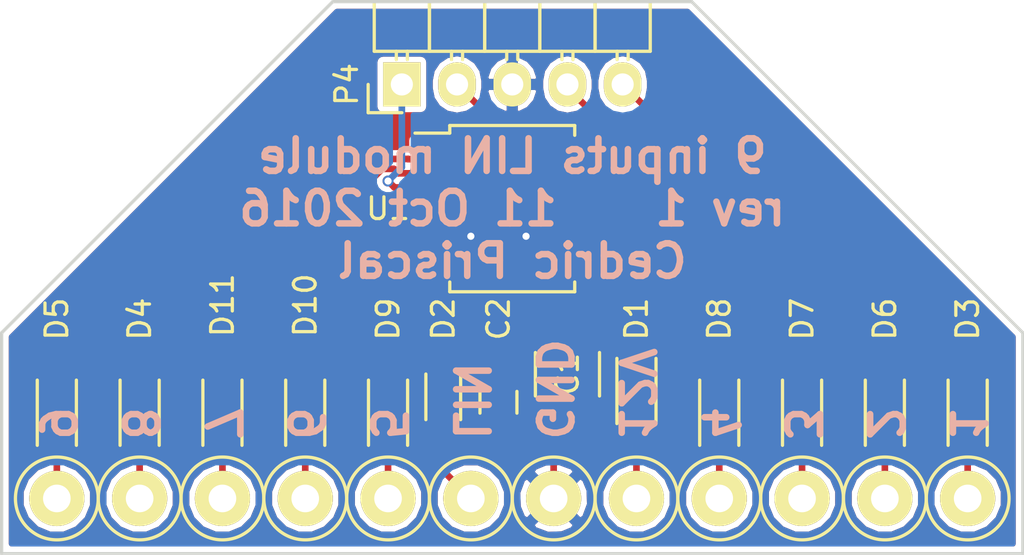
<source format=kicad_pcb>
(kicad_pcb (version 4) (host pcbnew 4.0.4+e1-6308~48~ubuntu16.04.1-stable)

  (general
    (links 36)
    (no_connects 0)
    (area 145.974999 66.599999 193.115001 92.150001)
    (thickness 1.6)
    (drawings 19)
    (tracks 111)
    (zones 0)
    (modules 27)
    (nets 28)
  )

  (page A4)
  (layers
    (0 F.Cu signal hide)
    (31 B.Cu signal hide)
    (32 B.Adhes user)
    (33 F.Adhes user)
    (34 B.Paste user)
    (35 F.Paste user)
    (36 B.SilkS user)
    (37 F.SilkS user)
    (38 B.Mask user)
    (39 F.Mask user)
    (40 Dwgs.User user)
    (41 Cmts.User user)
    (42 Eco1.User user)
    (43 Eco2.User user)
    (44 Edge.Cuts user)
    (45 Margin user)
    (46 B.CrtYd user)
    (47 F.CrtYd user)
    (48 B.Fab user)
    (49 F.Fab user)
  )

  (setup
    (last_trace_width 0.3048)
    (trace_clearance 0.1524)
    (zone_clearance 0.254)
    (zone_45_only no)
    (trace_min 0.1524)
    (segment_width 0.2)
    (edge_width 0.15)
    (via_size 0.508)
    (via_drill 0.3302)
    (via_min_size 0.508)
    (via_min_drill 0.3)
    (uvia_size 0.3)
    (uvia_drill 0.1)
    (uvias_allowed no)
    (uvia_min_size 0)
    (uvia_min_drill 0)
    (pcb_text_width 0.3)
    (pcb_text_size 1.5 1.5)
    (mod_edge_width 0.15)
    (mod_text_size 1 1)
    (mod_text_width 0.15)
    (pad_size 2.5 2.5)
    (pad_drill 1.1)
    (pad_to_mask_clearance 0.2)
    (aux_axis_origin 0 0)
    (visible_elements FFFE6F7F)
    (pcbplotparams
      (layerselection 0x00030_80000001)
      (usegerberextensions false)
      (excludeedgelayer true)
      (linewidth 0.100000)
      (plotframeref false)
      (viasonmask false)
      (mode 1)
      (useauxorigin false)
      (hpglpennumber 1)
      (hpglpenspeed 20)
      (hpglpendiameter 15)
      (hpglpenoverlay 2)
      (psnegative false)
      (psa4output false)
      (plotreference true)
      (plotvalue true)
      (plotinvisibletext false)
      (padsonsilk false)
      (subtractmaskfromsilk false)
      (outputformat 1)
      (mirror false)
      (drillshape 0)
      (scaleselection 1)
      (outputdirectory ""))
  )

  (net 0 "")
  (net 1 +12V)
  (net 2 GND)
  (net 3 +5V)
  (net 4 //MCLR)
  (net 5 "Net-(U1-Pad12)")
  (net 6 /ICSPCLK)
  (net 7 /ICSPDAT)
  (net 8 /LBUS)
  (net 9 "Net-(D1-Pad2)")
  (net 10 "Net-(D3-Pad1)")
  (net 11 "Net-(D3-Pad2)")
  (net 12 "Net-(D4-Pad1)")
  (net 13 "Net-(D4-Pad2)")
  (net 14 "Net-(D5-Pad1)")
  (net 15 "Net-(D5-Pad2)")
  (net 16 "Net-(D6-Pad1)")
  (net 17 "Net-(D6-Pad2)")
  (net 18 "Net-(D7-Pad1)")
  (net 19 "Net-(D7-Pad2)")
  (net 20 "Net-(D8-Pad1)")
  (net 21 "Net-(D8-Pad2)")
  (net 22 "Net-(D9-Pad1)")
  (net 23 "Net-(D9-Pad2)")
  (net 24 "Net-(D10-Pad1)")
  (net 25 "Net-(D10-Pad2)")
  (net 26 "Net-(D11-Pad1)")
  (net 27 "Net-(D11-Pad2)")

  (net_class Default "This is the default net class."
    (clearance 0.1524)
    (trace_width 0.3048)
    (via_dia 0.508)
    (via_drill 0.3302)
    (uvia_dia 0.3)
    (uvia_drill 0.1)
    (add_net +12V)
    (add_net +5V)
    (add_net //MCLR)
    (add_net /ICSPCLK)
    (add_net /ICSPDAT)
    (add_net /LBUS)
    (add_net GND)
    (add_net "Net-(D1-Pad2)")
    (add_net "Net-(D10-Pad1)")
    (add_net "Net-(D10-Pad2)")
    (add_net "Net-(D11-Pad1)")
    (add_net "Net-(D11-Pad2)")
    (add_net "Net-(D3-Pad1)")
    (add_net "Net-(D3-Pad2)")
    (add_net "Net-(D4-Pad1)")
    (add_net "Net-(D4-Pad2)")
    (add_net "Net-(D5-Pad1)")
    (add_net "Net-(D5-Pad2)")
    (add_net "Net-(D6-Pad1)")
    (add_net "Net-(D6-Pad2)")
    (add_net "Net-(D7-Pad1)")
    (add_net "Net-(D7-Pad2)")
    (add_net "Net-(D8-Pad1)")
    (add_net "Net-(D8-Pad2)")
    (add_net "Net-(D9-Pad1)")
    (add_net "Net-(D9-Pad2)")
    (add_net "Net-(U1-Pad12)")
  )

  (module Pin_Headers:Pin_Header_Angled_1x05 (layer F.Cu) (tedit 0) (tstamp 57FDBEFC)
    (at 164.465 70.485 90)
    (descr "Through hole pin header")
    (tags "pin header")
    (path /57E0B1D0)
    (fp_text reference P4 (at 0 -2.54 90) (layer F.SilkS)
      (effects (font (size 1 1) (thickness 0.15)))
    )
    (fp_text value CONN_01X05 (at 0 -3.1 90) (layer F.Fab)
      (effects (font (size 1 1) (thickness 0.15)))
    )
    (fp_line (start -1.5 -1.75) (end -1.5 11.95) (layer F.CrtYd) (width 0.05))
    (fp_line (start 10.65 -1.75) (end 10.65 11.95) (layer F.CrtYd) (width 0.05))
    (fp_line (start -1.5 -1.75) (end 10.65 -1.75) (layer F.CrtYd) (width 0.05))
    (fp_line (start -1.5 11.95) (end 10.65 11.95) (layer F.CrtYd) (width 0.05))
    (fp_line (start -1.3 -1.55) (end -1.3 0) (layer F.SilkS) (width 0.15))
    (fp_line (start 0 -1.55) (end -1.3 -1.55) (layer F.SilkS) (width 0.15))
    (fp_line (start 4.191 -0.127) (end 10.033 -0.127) (layer F.SilkS) (width 0.15))
    (fp_line (start 10.033 -0.127) (end 10.033 0.127) (layer F.SilkS) (width 0.15))
    (fp_line (start 10.033 0.127) (end 4.191 0.127) (layer F.SilkS) (width 0.15))
    (fp_line (start 4.191 0.127) (end 4.191 0) (layer F.SilkS) (width 0.15))
    (fp_line (start 4.191 0) (end 10.033 0) (layer F.SilkS) (width 0.15))
    (fp_line (start 1.524 -0.254) (end 1.143 -0.254) (layer F.SilkS) (width 0.15))
    (fp_line (start 1.524 0.254) (end 1.143 0.254) (layer F.SilkS) (width 0.15))
    (fp_line (start 1.524 2.286) (end 1.143 2.286) (layer F.SilkS) (width 0.15))
    (fp_line (start 1.524 2.794) (end 1.143 2.794) (layer F.SilkS) (width 0.15))
    (fp_line (start 1.524 4.826) (end 1.143 4.826) (layer F.SilkS) (width 0.15))
    (fp_line (start 1.524 5.334) (end 1.143 5.334) (layer F.SilkS) (width 0.15))
    (fp_line (start 1.524 7.366) (end 1.143 7.366) (layer F.SilkS) (width 0.15))
    (fp_line (start 1.524 7.874) (end 1.143 7.874) (layer F.SilkS) (width 0.15))
    (fp_line (start 1.524 10.414) (end 1.143 10.414) (layer F.SilkS) (width 0.15))
    (fp_line (start 1.524 9.906) (end 1.143 9.906) (layer F.SilkS) (width 0.15))
    (fp_line (start 4.064 1.27) (end 4.064 -1.27) (layer F.SilkS) (width 0.15))
    (fp_line (start 10.16 0.254) (end 4.064 0.254) (layer F.SilkS) (width 0.15))
    (fp_line (start 10.16 -0.254) (end 10.16 0.254) (layer F.SilkS) (width 0.15))
    (fp_line (start 4.064 -0.254) (end 10.16 -0.254) (layer F.SilkS) (width 0.15))
    (fp_line (start 1.524 1.27) (end 4.064 1.27) (layer F.SilkS) (width 0.15))
    (fp_line (start 1.524 -1.27) (end 1.524 1.27) (layer F.SilkS) (width 0.15))
    (fp_line (start 1.524 -1.27) (end 4.064 -1.27) (layer F.SilkS) (width 0.15))
    (fp_line (start 1.524 3.81) (end 4.064 3.81) (layer F.SilkS) (width 0.15))
    (fp_line (start 1.524 3.81) (end 1.524 6.35) (layer F.SilkS) (width 0.15))
    (fp_line (start 1.524 6.35) (end 4.064 6.35) (layer F.SilkS) (width 0.15))
    (fp_line (start 4.064 4.826) (end 10.16 4.826) (layer F.SilkS) (width 0.15))
    (fp_line (start 10.16 4.826) (end 10.16 5.334) (layer F.SilkS) (width 0.15))
    (fp_line (start 10.16 5.334) (end 4.064 5.334) (layer F.SilkS) (width 0.15))
    (fp_line (start 4.064 6.35) (end 4.064 3.81) (layer F.SilkS) (width 0.15))
    (fp_line (start 4.064 3.81) (end 4.064 1.27) (layer F.SilkS) (width 0.15))
    (fp_line (start 10.16 2.794) (end 4.064 2.794) (layer F.SilkS) (width 0.15))
    (fp_line (start 10.16 2.286) (end 10.16 2.794) (layer F.SilkS) (width 0.15))
    (fp_line (start 4.064 2.286) (end 10.16 2.286) (layer F.SilkS) (width 0.15))
    (fp_line (start 1.524 3.81) (end 4.064 3.81) (layer F.SilkS) (width 0.15))
    (fp_line (start 1.524 1.27) (end 1.524 3.81) (layer F.SilkS) (width 0.15))
    (fp_line (start 1.524 1.27) (end 4.064 1.27) (layer F.SilkS) (width 0.15))
    (fp_line (start 1.524 8.89) (end 4.064 8.89) (layer F.SilkS) (width 0.15))
    (fp_line (start 1.524 8.89) (end 1.524 11.43) (layer F.SilkS) (width 0.15))
    (fp_line (start 1.524 11.43) (end 4.064 11.43) (layer F.SilkS) (width 0.15))
    (fp_line (start 4.064 9.906) (end 10.16 9.906) (layer F.SilkS) (width 0.15))
    (fp_line (start 10.16 9.906) (end 10.16 10.414) (layer F.SilkS) (width 0.15))
    (fp_line (start 10.16 10.414) (end 4.064 10.414) (layer F.SilkS) (width 0.15))
    (fp_line (start 4.064 11.43) (end 4.064 8.89) (layer F.SilkS) (width 0.15))
    (fp_line (start 4.064 8.89) (end 4.064 6.35) (layer F.SilkS) (width 0.15))
    (fp_line (start 10.16 7.874) (end 4.064 7.874) (layer F.SilkS) (width 0.15))
    (fp_line (start 10.16 7.366) (end 10.16 7.874) (layer F.SilkS) (width 0.15))
    (fp_line (start 4.064 7.366) (end 10.16 7.366) (layer F.SilkS) (width 0.15))
    (fp_line (start 1.524 8.89) (end 4.064 8.89) (layer F.SilkS) (width 0.15))
    (fp_line (start 1.524 6.35) (end 1.524 8.89) (layer F.SilkS) (width 0.15))
    (fp_line (start 1.524 6.35) (end 4.064 6.35) (layer F.SilkS) (width 0.15))
    (pad 1 thru_hole rect (at 0 0 90) (size 2.032 1.7272) (drill 1.016) (layers *.Cu *.Mask F.SilkS)
      (net 4 //MCLR))
    (pad 2 thru_hole oval (at 0 2.54 90) (size 2.032 1.7272) (drill 1.016) (layers *.Cu *.Mask F.SilkS)
      (net 3 +5V))
    (pad 3 thru_hole oval (at 0 5.08 90) (size 2.032 1.7272) (drill 1.016) (layers *.Cu *.Mask F.SilkS)
      (net 2 GND))
    (pad 4 thru_hole oval (at 0 7.62 90) (size 2.032 1.7272) (drill 1.016) (layers *.Cu *.Mask F.SilkS)
      (net 7 /ICSPDAT))
    (pad 5 thru_hole oval (at 0 10.16 90) (size 2.032 1.7272) (drill 1.016) (layers *.Cu *.Mask F.SilkS)
      (net 6 /ICSPCLK))
    (model Pin_Headers.3dshapes/Pin_Header_Angled_1x05.wrl
      (at (xyz 0 -0.2 0))
      (scale (xyz 1 1 1))
      (rotate (xyz 0 0 90))
    )
  )

  (module Capacitors_SMD:C_1210_HandSoldering (layer F.Cu) (tedit 541A9C39) (tstamp 57FDBB6D)
    (at 172.085 83.82 270)
    (descr "Capacitor SMD 1210, hand soldering")
    (tags "capacitor 1210")
    (path /57DF7685)
    (attr smd)
    (fp_text reference C1 (at 0 0 270) (layer F.SilkS)
      (effects (font (size 1 1) (thickness 0.15)))
    )
    (fp_text value 10uF (at 0 2.7 270) (layer F.Fab)
      (effects (font (size 1 1) (thickness 0.15)))
    )
    (fp_line (start -1.6 1.25) (end -1.6 -1.25) (layer F.Fab) (width 0.15))
    (fp_line (start 1.6 1.25) (end -1.6 1.25) (layer F.Fab) (width 0.15))
    (fp_line (start 1.6 -1.25) (end 1.6 1.25) (layer F.Fab) (width 0.15))
    (fp_line (start -1.6 -1.25) (end 1.6 -1.25) (layer F.Fab) (width 0.15))
    (fp_line (start -3.3 -1.6) (end 3.3 -1.6) (layer F.CrtYd) (width 0.05))
    (fp_line (start -3.3 1.6) (end 3.3 1.6) (layer F.CrtYd) (width 0.05))
    (fp_line (start -3.3 -1.6) (end -3.3 1.6) (layer F.CrtYd) (width 0.05))
    (fp_line (start 3.3 -1.6) (end 3.3 1.6) (layer F.CrtYd) (width 0.05))
    (fp_line (start 1 -1.475) (end -1 -1.475) (layer F.SilkS) (width 0.15))
    (fp_line (start -1 1.475) (end 1 1.475) (layer F.SilkS) (width 0.15))
    (pad 1 smd rect (at -2 0 270) (size 2 2.5) (layers F.Cu F.Paste F.Mask)
      (net 1 +12V))
    (pad 2 smd rect (at 2 0 270) (size 2 2.5) (layers F.Cu F.Paste F.Mask)
      (net 2 GND))
    (model Capacitors_SMD.3dshapes/C_1210_HandSoldering.wrl
      (at (xyz 0 0 0))
      (scale (xyz 1 1 1))
      (rotate (xyz 0 0 0))
    )
  )

  (module Capacitors_SMD:C_0805_HandSoldering (layer F.Cu) (tedit 541A9B8D) (tstamp 57FDBB73)
    (at 168.91 85.11 270)
    (descr "Capacitor SMD 0805, hand soldering")
    (tags "capacitor 0805")
    (path /57DF7684)
    (attr smd)
    (fp_text reference C2 (at -3.83 0 270) (layer F.SilkS)
      (effects (font (size 1 1) (thickness 0.15)))
    )
    (fp_text value 1uF (at 0 2.1 270) (layer F.Fab)
      (effects (font (size 1 1) (thickness 0.15)))
    )
    (fp_line (start -1 0.625) (end -1 -0.625) (layer F.Fab) (width 0.15))
    (fp_line (start 1 0.625) (end -1 0.625) (layer F.Fab) (width 0.15))
    (fp_line (start 1 -0.625) (end 1 0.625) (layer F.Fab) (width 0.15))
    (fp_line (start -1 -0.625) (end 1 -0.625) (layer F.Fab) (width 0.15))
    (fp_line (start -2.3 -1) (end 2.3 -1) (layer F.CrtYd) (width 0.05))
    (fp_line (start -2.3 1) (end 2.3 1) (layer F.CrtYd) (width 0.05))
    (fp_line (start -2.3 -1) (end -2.3 1) (layer F.CrtYd) (width 0.05))
    (fp_line (start 2.3 -1) (end 2.3 1) (layer F.CrtYd) (width 0.05))
    (fp_line (start 0.5 -0.85) (end -0.5 -0.85) (layer F.SilkS) (width 0.15))
    (fp_line (start -0.5 0.85) (end 0.5 0.85) (layer F.SilkS) (width 0.15))
    (pad 1 smd rect (at -1.25 0 270) (size 1.5 1.25) (layers F.Cu F.Paste F.Mask)
      (net 3 +5V))
    (pad 2 smd rect (at 1.25 0 270) (size 1.5 1.25) (layers F.Cu F.Paste F.Mask)
      (net 2 GND))
    (model Capacitors_SMD.3dshapes/C_0805_HandSoldering.wrl
      (at (xyz 0 0 0))
      (scale (xyz 1 1 1))
      (rotate (xyz 0 0 0))
    )
  )

  (module Diodes_SMD:SOD-123 (layer F.Cu) (tedit 5753A53E) (tstamp 57FDBB79)
    (at 175.26 85.09 270)
    (descr SOD-123)
    (tags SOD-123)
    (path /57DF7688)
    (attr smd)
    (fp_text reference D1 (at -3.81 0 270) (layer F.SilkS)
      (effects (font (size 1 1) (thickness 0.15)))
    )
    (fp_text value 1N4148W-7-F (at 0 2.1 270) (layer F.Fab)
      (effects (font (size 1 1) (thickness 0.15)))
    )
    (fp_line (start 0.25 0) (end 0.75 0) (layer F.Fab) (width 0.15))
    (fp_line (start 0.25 0.4) (end -0.35 0) (layer F.Fab) (width 0.15))
    (fp_line (start 0.25 -0.4) (end 0.25 0.4) (layer F.Fab) (width 0.15))
    (fp_line (start -0.35 0) (end 0.25 -0.4) (layer F.Fab) (width 0.15))
    (fp_line (start -0.35 0) (end -0.35 0.55) (layer F.Fab) (width 0.15))
    (fp_line (start -0.35 0) (end -0.35 -0.55) (layer F.Fab) (width 0.15))
    (fp_line (start -0.75 0) (end -0.35 0) (layer F.Fab) (width 0.15))
    (fp_line (start -1.35 0.8) (end -1.35 -0.8) (layer F.Fab) (width 0.15))
    (fp_line (start 1.35 0.8) (end -1.35 0.8) (layer F.Fab) (width 0.15))
    (fp_line (start 1.35 -0.8) (end 1.35 0.8) (layer F.Fab) (width 0.15))
    (fp_line (start -1.35 -0.8) (end 1.35 -0.8) (layer F.Fab) (width 0.15))
    (fp_line (start -2.25 -1.05) (end 2.25 -1.05) (layer F.CrtYd) (width 0.05))
    (fp_line (start 2.25 -1.05) (end 2.25 1.05) (layer F.CrtYd) (width 0.05))
    (fp_line (start 2.25 1.05) (end -2.25 1.05) (layer F.CrtYd) (width 0.05))
    (fp_line (start -2.25 -1.05) (end -2.25 1.05) (layer F.CrtYd) (width 0.05))
    (fp_line (start -2 0.9) (end 1 0.9) (layer F.SilkS) (width 0.15))
    (fp_line (start -2 -0.9) (end 1 -0.9) (layer F.SilkS) (width 0.15))
    (pad 1 smd rect (at -1.635 0 270) (size 0.91 1.22) (layers F.Cu F.Paste F.Mask)
      (net 1 +12V))
    (pad 2 smd rect (at 1.635 0 270) (size 0.91 1.22) (layers F.Cu F.Paste F.Mask)
      (net 9 "Net-(D1-Pad2)"))
    (model ${KISYS3DMOD}/Diodes_SMD.3dshapes/SOD-123.wrl
      (at (xyz 0 0 0))
      (scale (xyz 1 1 1))
      (rotate (xyz 0 0 0))
    )
  )

  (module Diodes_SMD:SOD-323_HandSoldering (layer F.Cu) (tedit 57A875DC) (tstamp 57FDBB7F)
    (at 166.37 85.11 270)
    (descr SOD-323)
    (tags SOD-323)
    (path /57DF7687)
    (attr smd)
    (fp_text reference D2 (at -3.83 0 270) (layer F.SilkS)
      (effects (font (size 1 1) (thickness 0.15)))
    )
    (fp_text value RSB36V (at 0.1 1.9 270) (layer F.Fab)
      (effects (font (size 1 1) (thickness 0.15)))
    )
    (fp_line (start 0.2 0) (end 0.45 0) (layer F.Fab) (width 0.15))
    (fp_line (start 0.2 0.35) (end -0.3 0) (layer F.Fab) (width 0.15))
    (fp_line (start 0.2 -0.35) (end 0.2 0.35) (layer F.Fab) (width 0.15))
    (fp_line (start -0.3 0) (end 0.2 -0.35) (layer F.Fab) (width 0.15))
    (fp_line (start -0.3 0) (end -0.5 0) (layer F.Fab) (width 0.15))
    (fp_line (start -0.3 -0.35) (end -0.3 0.35) (layer F.Fab) (width 0.15))
    (fp_line (start -0.85 0.65) (end -0.85 -0.65) (layer F.Fab) (width 0.15))
    (fp_line (start 0.85 0.65) (end -0.85 0.65) (layer F.Fab) (width 0.15))
    (fp_line (start 0.85 -0.65) (end 0.85 0.65) (layer F.Fab) (width 0.15))
    (fp_line (start -0.85 -0.65) (end 0.85 -0.65) (layer F.Fab) (width 0.15))
    (fp_line (start -1.9 -0.95) (end 1.9 -0.95) (layer F.CrtYd) (width 0.05))
    (fp_line (start 1.9 -0.95) (end 1.9 0.95) (layer F.CrtYd) (width 0.05))
    (fp_line (start -1.9 0.95) (end 1.9 0.95) (layer F.CrtYd) (width 0.05))
    (fp_line (start -1.9 -0.95) (end -1.9 0.95) (layer F.CrtYd) (width 0.05))
    (fp_line (start -1.3 0.8) (end 0.8 0.8) (layer F.SilkS) (width 0.15))
    (fp_line (start -1.3 -0.8) (end 0.8 -0.8) (layer F.SilkS) (width 0.15))
    (pad 1 smd rect (at -1.25 0 270) (size 1 1) (layers F.Cu F.Paste F.Mask)
      (net 8 /LBUS))
    (pad 2 smd rect (at 1.25 0 270) (size 1 1) (layers F.Cu F.Paste F.Mask)
      (net 2 GND))
    (model Diodes_SMD.3dshapes/SOD-323.wrl
      (at (xyz 0 0 0))
      (scale (xyz 1 1 1))
      (rotate (xyz 0 0 180))
    )
  )

  (module Diodes_SMD:SOD-123 (layer F.Cu) (tedit 5753A53E) (tstamp 57FDBB85)
    (at 190.5 85.09 90)
    (descr SOD-123)
    (tags SOD-123)
    (path /57FDE8BE)
    (attr smd)
    (fp_text reference D3 (at 3.81 0 90) (layer F.SilkS)
      (effects (font (size 1 1) (thickness 0.15)))
    )
    (fp_text value 1N4148W-7-F (at 0 2.1 90) (layer F.Fab)
      (effects (font (size 1 1) (thickness 0.15)))
    )
    (fp_line (start 0.25 0) (end 0.75 0) (layer F.Fab) (width 0.15))
    (fp_line (start 0.25 0.4) (end -0.35 0) (layer F.Fab) (width 0.15))
    (fp_line (start 0.25 -0.4) (end 0.25 0.4) (layer F.Fab) (width 0.15))
    (fp_line (start -0.35 0) (end 0.25 -0.4) (layer F.Fab) (width 0.15))
    (fp_line (start -0.35 0) (end -0.35 0.55) (layer F.Fab) (width 0.15))
    (fp_line (start -0.35 0) (end -0.35 -0.55) (layer F.Fab) (width 0.15))
    (fp_line (start -0.75 0) (end -0.35 0) (layer F.Fab) (width 0.15))
    (fp_line (start -1.35 0.8) (end -1.35 -0.8) (layer F.Fab) (width 0.15))
    (fp_line (start 1.35 0.8) (end -1.35 0.8) (layer F.Fab) (width 0.15))
    (fp_line (start 1.35 -0.8) (end 1.35 0.8) (layer F.Fab) (width 0.15))
    (fp_line (start -1.35 -0.8) (end 1.35 -0.8) (layer F.Fab) (width 0.15))
    (fp_line (start -2.25 -1.05) (end 2.25 -1.05) (layer F.CrtYd) (width 0.05))
    (fp_line (start 2.25 -1.05) (end 2.25 1.05) (layer F.CrtYd) (width 0.05))
    (fp_line (start 2.25 1.05) (end -2.25 1.05) (layer F.CrtYd) (width 0.05))
    (fp_line (start -2.25 -1.05) (end -2.25 1.05) (layer F.CrtYd) (width 0.05))
    (fp_line (start -2 0.9) (end 1 0.9) (layer F.SilkS) (width 0.15))
    (fp_line (start -2 -0.9) (end 1 -0.9) (layer F.SilkS) (width 0.15))
    (pad 1 smd rect (at -1.635 0 90) (size 0.91 1.22) (layers F.Cu F.Paste F.Mask)
      (net 10 "Net-(D3-Pad1)"))
    (pad 2 smd rect (at 1.635 0 90) (size 0.91 1.22) (layers F.Cu F.Paste F.Mask)
      (net 11 "Net-(D3-Pad2)"))
    (model ${KISYS3DMOD}/Diodes_SMD.3dshapes/SOD-123.wrl
      (at (xyz 0 0 0))
      (scale (xyz 1 1 1))
      (rotate (xyz 0 0 0))
    )
  )

  (module Diodes_SMD:SOD-123 (layer F.Cu) (tedit 5753A53E) (tstamp 57FDBB8B)
    (at 152.4 85.09 90)
    (descr SOD-123)
    (tags SOD-123)
    (path /57FDEEA1)
    (attr smd)
    (fp_text reference D4 (at 3.81 0 90) (layer F.SilkS)
      (effects (font (size 1 1) (thickness 0.15)))
    )
    (fp_text value 1N4148W-7-F (at 0 2.1 90) (layer F.Fab)
      (effects (font (size 1 1) (thickness 0.15)))
    )
    (fp_line (start 0.25 0) (end 0.75 0) (layer F.Fab) (width 0.15))
    (fp_line (start 0.25 0.4) (end -0.35 0) (layer F.Fab) (width 0.15))
    (fp_line (start 0.25 -0.4) (end 0.25 0.4) (layer F.Fab) (width 0.15))
    (fp_line (start -0.35 0) (end 0.25 -0.4) (layer F.Fab) (width 0.15))
    (fp_line (start -0.35 0) (end -0.35 0.55) (layer F.Fab) (width 0.15))
    (fp_line (start -0.35 0) (end -0.35 -0.55) (layer F.Fab) (width 0.15))
    (fp_line (start -0.75 0) (end -0.35 0) (layer F.Fab) (width 0.15))
    (fp_line (start -1.35 0.8) (end -1.35 -0.8) (layer F.Fab) (width 0.15))
    (fp_line (start 1.35 0.8) (end -1.35 0.8) (layer F.Fab) (width 0.15))
    (fp_line (start 1.35 -0.8) (end 1.35 0.8) (layer F.Fab) (width 0.15))
    (fp_line (start -1.35 -0.8) (end 1.35 -0.8) (layer F.Fab) (width 0.15))
    (fp_line (start -2.25 -1.05) (end 2.25 -1.05) (layer F.CrtYd) (width 0.05))
    (fp_line (start 2.25 -1.05) (end 2.25 1.05) (layer F.CrtYd) (width 0.05))
    (fp_line (start 2.25 1.05) (end -2.25 1.05) (layer F.CrtYd) (width 0.05))
    (fp_line (start -2.25 -1.05) (end -2.25 1.05) (layer F.CrtYd) (width 0.05))
    (fp_line (start -2 0.9) (end 1 0.9) (layer F.SilkS) (width 0.15))
    (fp_line (start -2 -0.9) (end 1 -0.9) (layer F.SilkS) (width 0.15))
    (pad 1 smd rect (at -1.635 0 90) (size 0.91 1.22) (layers F.Cu F.Paste F.Mask)
      (net 12 "Net-(D4-Pad1)"))
    (pad 2 smd rect (at 1.635 0 90) (size 0.91 1.22) (layers F.Cu F.Paste F.Mask)
      (net 13 "Net-(D4-Pad2)"))
    (model ${KISYS3DMOD}/Diodes_SMD.3dshapes/SOD-123.wrl
      (at (xyz 0 0 0))
      (scale (xyz 1 1 1))
      (rotate (xyz 0 0 0))
    )
  )

  (module Diodes_SMD:SOD-123 (layer F.Cu) (tedit 5753A53E) (tstamp 57FDBB91)
    (at 148.59 85.09 90)
    (descr SOD-123)
    (tags SOD-123)
    (path /57FDEE4D)
    (attr smd)
    (fp_text reference D5 (at 3.81 0 90) (layer F.SilkS)
      (effects (font (size 1 1) (thickness 0.15)))
    )
    (fp_text value 1N4148W-7-F (at 0 2.1 90) (layer F.Fab)
      (effects (font (size 1 1) (thickness 0.15)))
    )
    (fp_line (start 0.25 0) (end 0.75 0) (layer F.Fab) (width 0.15))
    (fp_line (start 0.25 0.4) (end -0.35 0) (layer F.Fab) (width 0.15))
    (fp_line (start 0.25 -0.4) (end 0.25 0.4) (layer F.Fab) (width 0.15))
    (fp_line (start -0.35 0) (end 0.25 -0.4) (layer F.Fab) (width 0.15))
    (fp_line (start -0.35 0) (end -0.35 0.55) (layer F.Fab) (width 0.15))
    (fp_line (start -0.35 0) (end -0.35 -0.55) (layer F.Fab) (width 0.15))
    (fp_line (start -0.75 0) (end -0.35 0) (layer F.Fab) (width 0.15))
    (fp_line (start -1.35 0.8) (end -1.35 -0.8) (layer F.Fab) (width 0.15))
    (fp_line (start 1.35 0.8) (end -1.35 0.8) (layer F.Fab) (width 0.15))
    (fp_line (start 1.35 -0.8) (end 1.35 0.8) (layer F.Fab) (width 0.15))
    (fp_line (start -1.35 -0.8) (end 1.35 -0.8) (layer F.Fab) (width 0.15))
    (fp_line (start -2.25 -1.05) (end 2.25 -1.05) (layer F.CrtYd) (width 0.05))
    (fp_line (start 2.25 -1.05) (end 2.25 1.05) (layer F.CrtYd) (width 0.05))
    (fp_line (start 2.25 1.05) (end -2.25 1.05) (layer F.CrtYd) (width 0.05))
    (fp_line (start -2.25 -1.05) (end -2.25 1.05) (layer F.CrtYd) (width 0.05))
    (fp_line (start -2 0.9) (end 1 0.9) (layer F.SilkS) (width 0.15))
    (fp_line (start -2 -0.9) (end 1 -0.9) (layer F.SilkS) (width 0.15))
    (pad 1 smd rect (at -1.635 0 90) (size 0.91 1.22) (layers F.Cu F.Paste F.Mask)
      (net 14 "Net-(D5-Pad1)"))
    (pad 2 smd rect (at 1.635 0 90) (size 0.91 1.22) (layers F.Cu F.Paste F.Mask)
      (net 15 "Net-(D5-Pad2)"))
    (model ${KISYS3DMOD}/Diodes_SMD.3dshapes/SOD-123.wrl
      (at (xyz 0 0 0))
      (scale (xyz 1 1 1))
      (rotate (xyz 0 0 0))
    )
  )

  (module Diodes_SMD:SOD-123 (layer F.Cu) (tedit 5753A53E) (tstamp 57FDBB97)
    (at 186.69 85.09 90)
    (descr SOD-123)
    (tags SOD-123)
    (path /57FDF35C)
    (attr smd)
    (fp_text reference D6 (at 3.81 0 90) (layer F.SilkS)
      (effects (font (size 1 1) (thickness 0.15)))
    )
    (fp_text value 1N4148W-7-F (at 0 2.1 90) (layer F.Fab)
      (effects (font (size 1 1) (thickness 0.15)))
    )
    (fp_line (start 0.25 0) (end 0.75 0) (layer F.Fab) (width 0.15))
    (fp_line (start 0.25 0.4) (end -0.35 0) (layer F.Fab) (width 0.15))
    (fp_line (start 0.25 -0.4) (end 0.25 0.4) (layer F.Fab) (width 0.15))
    (fp_line (start -0.35 0) (end 0.25 -0.4) (layer F.Fab) (width 0.15))
    (fp_line (start -0.35 0) (end -0.35 0.55) (layer F.Fab) (width 0.15))
    (fp_line (start -0.35 0) (end -0.35 -0.55) (layer F.Fab) (width 0.15))
    (fp_line (start -0.75 0) (end -0.35 0) (layer F.Fab) (width 0.15))
    (fp_line (start -1.35 0.8) (end -1.35 -0.8) (layer F.Fab) (width 0.15))
    (fp_line (start 1.35 0.8) (end -1.35 0.8) (layer F.Fab) (width 0.15))
    (fp_line (start 1.35 -0.8) (end 1.35 0.8) (layer F.Fab) (width 0.15))
    (fp_line (start -1.35 -0.8) (end 1.35 -0.8) (layer F.Fab) (width 0.15))
    (fp_line (start -2.25 -1.05) (end 2.25 -1.05) (layer F.CrtYd) (width 0.05))
    (fp_line (start 2.25 -1.05) (end 2.25 1.05) (layer F.CrtYd) (width 0.05))
    (fp_line (start 2.25 1.05) (end -2.25 1.05) (layer F.CrtYd) (width 0.05))
    (fp_line (start -2.25 -1.05) (end -2.25 1.05) (layer F.CrtYd) (width 0.05))
    (fp_line (start -2 0.9) (end 1 0.9) (layer F.SilkS) (width 0.15))
    (fp_line (start -2 -0.9) (end 1 -0.9) (layer F.SilkS) (width 0.15))
    (pad 1 smd rect (at -1.635 0 90) (size 0.91 1.22) (layers F.Cu F.Paste F.Mask)
      (net 16 "Net-(D6-Pad1)"))
    (pad 2 smd rect (at 1.635 0 90) (size 0.91 1.22) (layers F.Cu F.Paste F.Mask)
      (net 17 "Net-(D6-Pad2)"))
    (model ${KISYS3DMOD}/Diodes_SMD.3dshapes/SOD-123.wrl
      (at (xyz 0 0 0))
      (scale (xyz 1 1 1))
      (rotate (xyz 0 0 0))
    )
  )

  (module Diodes_SMD:SOD-123 (layer F.Cu) (tedit 5753A53E) (tstamp 57FDBB9D)
    (at 182.88 85.09 90)
    (descr SOD-123)
    (tags SOD-123)
    (path /57FDF406)
    (attr smd)
    (fp_text reference D7 (at 3.81 0 90) (layer F.SilkS)
      (effects (font (size 1 1) (thickness 0.15)))
    )
    (fp_text value 1N4148W-7-F (at 0 2.1 90) (layer F.Fab)
      (effects (font (size 1 1) (thickness 0.15)))
    )
    (fp_line (start 0.25 0) (end 0.75 0) (layer F.Fab) (width 0.15))
    (fp_line (start 0.25 0.4) (end -0.35 0) (layer F.Fab) (width 0.15))
    (fp_line (start 0.25 -0.4) (end 0.25 0.4) (layer F.Fab) (width 0.15))
    (fp_line (start -0.35 0) (end 0.25 -0.4) (layer F.Fab) (width 0.15))
    (fp_line (start -0.35 0) (end -0.35 0.55) (layer F.Fab) (width 0.15))
    (fp_line (start -0.35 0) (end -0.35 -0.55) (layer F.Fab) (width 0.15))
    (fp_line (start -0.75 0) (end -0.35 0) (layer F.Fab) (width 0.15))
    (fp_line (start -1.35 0.8) (end -1.35 -0.8) (layer F.Fab) (width 0.15))
    (fp_line (start 1.35 0.8) (end -1.35 0.8) (layer F.Fab) (width 0.15))
    (fp_line (start 1.35 -0.8) (end 1.35 0.8) (layer F.Fab) (width 0.15))
    (fp_line (start -1.35 -0.8) (end 1.35 -0.8) (layer F.Fab) (width 0.15))
    (fp_line (start -2.25 -1.05) (end 2.25 -1.05) (layer F.CrtYd) (width 0.05))
    (fp_line (start 2.25 -1.05) (end 2.25 1.05) (layer F.CrtYd) (width 0.05))
    (fp_line (start 2.25 1.05) (end -2.25 1.05) (layer F.CrtYd) (width 0.05))
    (fp_line (start -2.25 -1.05) (end -2.25 1.05) (layer F.CrtYd) (width 0.05))
    (fp_line (start -2 0.9) (end 1 0.9) (layer F.SilkS) (width 0.15))
    (fp_line (start -2 -0.9) (end 1 -0.9) (layer F.SilkS) (width 0.15))
    (pad 1 smd rect (at -1.635 0 90) (size 0.91 1.22) (layers F.Cu F.Paste F.Mask)
      (net 18 "Net-(D7-Pad1)"))
    (pad 2 smd rect (at 1.635 0 90) (size 0.91 1.22) (layers F.Cu F.Paste F.Mask)
      (net 19 "Net-(D7-Pad2)"))
    (model ${KISYS3DMOD}/Diodes_SMD.3dshapes/SOD-123.wrl
      (at (xyz 0 0 0))
      (scale (xyz 1 1 1))
      (rotate (xyz 0 0 0))
    )
  )

  (module Diodes_SMD:SOD-123 (layer F.Cu) (tedit 5753A53E) (tstamp 57FDBBA3)
    (at 179.07 85.09 90)
    (descr SOD-123)
    (tags SOD-123)
    (path /57FDF4B6)
    (attr smd)
    (fp_text reference D8 (at 3.81 0 90) (layer F.SilkS)
      (effects (font (size 1 1) (thickness 0.15)))
    )
    (fp_text value 1N4148W-7-F (at 0 2.1 90) (layer F.Fab)
      (effects (font (size 1 1) (thickness 0.15)))
    )
    (fp_line (start 0.25 0) (end 0.75 0) (layer F.Fab) (width 0.15))
    (fp_line (start 0.25 0.4) (end -0.35 0) (layer F.Fab) (width 0.15))
    (fp_line (start 0.25 -0.4) (end 0.25 0.4) (layer F.Fab) (width 0.15))
    (fp_line (start -0.35 0) (end 0.25 -0.4) (layer F.Fab) (width 0.15))
    (fp_line (start -0.35 0) (end -0.35 0.55) (layer F.Fab) (width 0.15))
    (fp_line (start -0.35 0) (end -0.35 -0.55) (layer F.Fab) (width 0.15))
    (fp_line (start -0.75 0) (end -0.35 0) (layer F.Fab) (width 0.15))
    (fp_line (start -1.35 0.8) (end -1.35 -0.8) (layer F.Fab) (width 0.15))
    (fp_line (start 1.35 0.8) (end -1.35 0.8) (layer F.Fab) (width 0.15))
    (fp_line (start 1.35 -0.8) (end 1.35 0.8) (layer F.Fab) (width 0.15))
    (fp_line (start -1.35 -0.8) (end 1.35 -0.8) (layer F.Fab) (width 0.15))
    (fp_line (start -2.25 -1.05) (end 2.25 -1.05) (layer F.CrtYd) (width 0.05))
    (fp_line (start 2.25 -1.05) (end 2.25 1.05) (layer F.CrtYd) (width 0.05))
    (fp_line (start 2.25 1.05) (end -2.25 1.05) (layer F.CrtYd) (width 0.05))
    (fp_line (start -2.25 -1.05) (end -2.25 1.05) (layer F.CrtYd) (width 0.05))
    (fp_line (start -2 0.9) (end 1 0.9) (layer F.SilkS) (width 0.15))
    (fp_line (start -2 -0.9) (end 1 -0.9) (layer F.SilkS) (width 0.15))
    (pad 1 smd rect (at -1.635 0 90) (size 0.91 1.22) (layers F.Cu F.Paste F.Mask)
      (net 20 "Net-(D8-Pad1)"))
    (pad 2 smd rect (at 1.635 0 90) (size 0.91 1.22) (layers F.Cu F.Paste F.Mask)
      (net 21 "Net-(D8-Pad2)"))
    (model ${KISYS3DMOD}/Diodes_SMD.3dshapes/SOD-123.wrl
      (at (xyz 0 0 0))
      (scale (xyz 1 1 1))
      (rotate (xyz 0 0 0))
    )
  )

  (module Diodes_SMD:SOD-123 (layer F.Cu) (tedit 5753A53E) (tstamp 57FDBBA9)
    (at 163.83 85.09 90)
    (descr SOD-123)
    (tags SOD-123)
    (path /57FDF55A)
    (attr smd)
    (fp_text reference D9 (at 3.81 0 90) (layer F.SilkS)
      (effects (font (size 1 1) (thickness 0.15)))
    )
    (fp_text value 1N4148W-7-F (at 0 2.1 90) (layer F.Fab)
      (effects (font (size 1 1) (thickness 0.15)))
    )
    (fp_line (start 0.25 0) (end 0.75 0) (layer F.Fab) (width 0.15))
    (fp_line (start 0.25 0.4) (end -0.35 0) (layer F.Fab) (width 0.15))
    (fp_line (start 0.25 -0.4) (end 0.25 0.4) (layer F.Fab) (width 0.15))
    (fp_line (start -0.35 0) (end 0.25 -0.4) (layer F.Fab) (width 0.15))
    (fp_line (start -0.35 0) (end -0.35 0.55) (layer F.Fab) (width 0.15))
    (fp_line (start -0.35 0) (end -0.35 -0.55) (layer F.Fab) (width 0.15))
    (fp_line (start -0.75 0) (end -0.35 0) (layer F.Fab) (width 0.15))
    (fp_line (start -1.35 0.8) (end -1.35 -0.8) (layer F.Fab) (width 0.15))
    (fp_line (start 1.35 0.8) (end -1.35 0.8) (layer F.Fab) (width 0.15))
    (fp_line (start 1.35 -0.8) (end 1.35 0.8) (layer F.Fab) (width 0.15))
    (fp_line (start -1.35 -0.8) (end 1.35 -0.8) (layer F.Fab) (width 0.15))
    (fp_line (start -2.25 -1.05) (end 2.25 -1.05) (layer F.CrtYd) (width 0.05))
    (fp_line (start 2.25 -1.05) (end 2.25 1.05) (layer F.CrtYd) (width 0.05))
    (fp_line (start 2.25 1.05) (end -2.25 1.05) (layer F.CrtYd) (width 0.05))
    (fp_line (start -2.25 -1.05) (end -2.25 1.05) (layer F.CrtYd) (width 0.05))
    (fp_line (start -2 0.9) (end 1 0.9) (layer F.SilkS) (width 0.15))
    (fp_line (start -2 -0.9) (end 1 -0.9) (layer F.SilkS) (width 0.15))
    (pad 1 smd rect (at -1.635 0 90) (size 0.91 1.22) (layers F.Cu F.Paste F.Mask)
      (net 22 "Net-(D9-Pad1)"))
    (pad 2 smd rect (at 1.635 0 90) (size 0.91 1.22) (layers F.Cu F.Paste F.Mask)
      (net 23 "Net-(D9-Pad2)"))
    (model ${KISYS3DMOD}/Diodes_SMD.3dshapes/SOD-123.wrl
      (at (xyz 0 0 0))
      (scale (xyz 1 1 1))
      (rotate (xyz 0 0 0))
    )
  )

  (module Diodes_SMD:SOD-123 (layer F.Cu) (tedit 5753A53E) (tstamp 57FDBBAF)
    (at 160.02 85.09 90)
    (descr SOD-123)
    (tags SOD-123)
    (path /57FDF5FB)
    (attr smd)
    (fp_text reference D10 (at 4.445 0 90) (layer F.SilkS)
      (effects (font (size 1 1) (thickness 0.15)))
    )
    (fp_text value 1N4148W-7-F (at 0 2.1 90) (layer F.Fab)
      (effects (font (size 1 1) (thickness 0.15)))
    )
    (fp_line (start 0.25 0) (end 0.75 0) (layer F.Fab) (width 0.15))
    (fp_line (start 0.25 0.4) (end -0.35 0) (layer F.Fab) (width 0.15))
    (fp_line (start 0.25 -0.4) (end 0.25 0.4) (layer F.Fab) (width 0.15))
    (fp_line (start -0.35 0) (end 0.25 -0.4) (layer F.Fab) (width 0.15))
    (fp_line (start -0.35 0) (end -0.35 0.55) (layer F.Fab) (width 0.15))
    (fp_line (start -0.35 0) (end -0.35 -0.55) (layer F.Fab) (width 0.15))
    (fp_line (start -0.75 0) (end -0.35 0) (layer F.Fab) (width 0.15))
    (fp_line (start -1.35 0.8) (end -1.35 -0.8) (layer F.Fab) (width 0.15))
    (fp_line (start 1.35 0.8) (end -1.35 0.8) (layer F.Fab) (width 0.15))
    (fp_line (start 1.35 -0.8) (end 1.35 0.8) (layer F.Fab) (width 0.15))
    (fp_line (start -1.35 -0.8) (end 1.35 -0.8) (layer F.Fab) (width 0.15))
    (fp_line (start -2.25 -1.05) (end 2.25 -1.05) (layer F.CrtYd) (width 0.05))
    (fp_line (start 2.25 -1.05) (end 2.25 1.05) (layer F.CrtYd) (width 0.05))
    (fp_line (start 2.25 1.05) (end -2.25 1.05) (layer F.CrtYd) (width 0.05))
    (fp_line (start -2.25 -1.05) (end -2.25 1.05) (layer F.CrtYd) (width 0.05))
    (fp_line (start -2 0.9) (end 1 0.9) (layer F.SilkS) (width 0.15))
    (fp_line (start -2 -0.9) (end 1 -0.9) (layer F.SilkS) (width 0.15))
    (pad 1 smd rect (at -1.635 0 90) (size 0.91 1.22) (layers F.Cu F.Paste F.Mask)
      (net 24 "Net-(D10-Pad1)"))
    (pad 2 smd rect (at 1.635 0 90) (size 0.91 1.22) (layers F.Cu F.Paste F.Mask)
      (net 25 "Net-(D10-Pad2)"))
    (model ${KISYS3DMOD}/Diodes_SMD.3dshapes/SOD-123.wrl
      (at (xyz 0 0 0))
      (scale (xyz 1 1 1))
      (rotate (xyz 0 0 0))
    )
  )

  (module Diodes_SMD:SOD-123 (layer F.Cu) (tedit 5753A53E) (tstamp 57FDBBB5)
    (at 156.21 85.09 90)
    (descr SOD-123)
    (tags SOD-123)
    (path /57FDF675)
    (attr smd)
    (fp_text reference D11 (at 4.445 0 90) (layer F.SilkS)
      (effects (font (size 1 1) (thickness 0.15)))
    )
    (fp_text value 1N4148W-7-F (at 0 2.1 90) (layer F.Fab)
      (effects (font (size 1 1) (thickness 0.15)))
    )
    (fp_line (start 0.25 0) (end 0.75 0) (layer F.Fab) (width 0.15))
    (fp_line (start 0.25 0.4) (end -0.35 0) (layer F.Fab) (width 0.15))
    (fp_line (start 0.25 -0.4) (end 0.25 0.4) (layer F.Fab) (width 0.15))
    (fp_line (start -0.35 0) (end 0.25 -0.4) (layer F.Fab) (width 0.15))
    (fp_line (start -0.35 0) (end -0.35 0.55) (layer F.Fab) (width 0.15))
    (fp_line (start -0.35 0) (end -0.35 -0.55) (layer F.Fab) (width 0.15))
    (fp_line (start -0.75 0) (end -0.35 0) (layer F.Fab) (width 0.15))
    (fp_line (start -1.35 0.8) (end -1.35 -0.8) (layer F.Fab) (width 0.15))
    (fp_line (start 1.35 0.8) (end -1.35 0.8) (layer F.Fab) (width 0.15))
    (fp_line (start 1.35 -0.8) (end 1.35 0.8) (layer F.Fab) (width 0.15))
    (fp_line (start -1.35 -0.8) (end 1.35 -0.8) (layer F.Fab) (width 0.15))
    (fp_line (start -2.25 -1.05) (end 2.25 -1.05) (layer F.CrtYd) (width 0.05))
    (fp_line (start 2.25 -1.05) (end 2.25 1.05) (layer F.CrtYd) (width 0.05))
    (fp_line (start 2.25 1.05) (end -2.25 1.05) (layer F.CrtYd) (width 0.05))
    (fp_line (start -2.25 -1.05) (end -2.25 1.05) (layer F.CrtYd) (width 0.05))
    (fp_line (start -2 0.9) (end 1 0.9) (layer F.SilkS) (width 0.15))
    (fp_line (start -2 -0.9) (end 1 -0.9) (layer F.SilkS) (width 0.15))
    (pad 1 smd rect (at -1.635 0 90) (size 0.91 1.22) (layers F.Cu F.Paste F.Mask)
      (net 26 "Net-(D11-Pad1)"))
    (pad 2 smd rect (at 1.635 0 90) (size 0.91 1.22) (layers F.Cu F.Paste F.Mask)
      (net 27 "Net-(D11-Pad2)"))
    (model ${KISYS3DMOD}/Diodes_SMD.3dshapes/SOD-123.wrl
      (at (xyz 0 0 0))
      (scale (xyz 1 1 1))
      (rotate (xyz 0 0 0))
    )
  )

  (module Housings_SSOP:SSOP-20_5.3x7.2mm_Pitch0.65mm (layer F.Cu) (tedit 54130A77) (tstamp 57FDBC12)
    (at 169.545 76.2)
    (descr "20-Lead Plastic Shrink Small Outline (SS)-5.30 mm Body [SSOP] (see Microchip Packaging Specification 00000049BS.pdf)")
    (tags "SSOP 0.65")
    (path /57DF7683)
    (attr smd)
    (fp_text reference U1 (at -5.715 0) (layer F.SilkS)
      (effects (font (size 1 1) (thickness 0.15)))
    )
    (fp_text value PIC16F1829LIN (at 0 4.75) (layer F.Fab)
      (effects (font (size 1 1) (thickness 0.15)))
    )
    (fp_line (start -1.65 -3.6) (end 2.65 -3.6) (layer F.Fab) (width 0.15))
    (fp_line (start 2.65 -3.6) (end 2.65 3.6) (layer F.Fab) (width 0.15))
    (fp_line (start 2.65 3.6) (end -2.65 3.6) (layer F.Fab) (width 0.15))
    (fp_line (start -2.65 3.6) (end -2.65 -2.6) (layer F.Fab) (width 0.15))
    (fp_line (start -2.65 -2.6) (end -1.65 -3.6) (layer F.Fab) (width 0.15))
    (fp_line (start -4.75 -4) (end -4.75 4) (layer F.CrtYd) (width 0.05))
    (fp_line (start 4.75 -4) (end 4.75 4) (layer F.CrtYd) (width 0.05))
    (fp_line (start -4.75 -4) (end 4.75 -4) (layer F.CrtYd) (width 0.05))
    (fp_line (start -4.75 4) (end 4.75 4) (layer F.CrtYd) (width 0.05))
    (fp_line (start -2.875 -3.825) (end -2.875 -3.475) (layer F.SilkS) (width 0.15))
    (fp_line (start 2.875 -3.825) (end 2.875 -3.375) (layer F.SilkS) (width 0.15))
    (fp_line (start 2.875 3.825) (end 2.875 3.375) (layer F.SilkS) (width 0.15))
    (fp_line (start -2.875 3.825) (end -2.875 3.375) (layer F.SilkS) (width 0.15))
    (fp_line (start -2.875 -3.825) (end 2.875 -3.825) (layer F.SilkS) (width 0.15))
    (fp_line (start -2.875 3.825) (end 2.875 3.825) (layer F.SilkS) (width 0.15))
    (fp_line (start -2.875 -3.475) (end -4.475 -3.475) (layer F.SilkS) (width 0.15))
    (pad 1 smd rect (at -3.6 -2.925) (size 1.75 0.45) (layers F.Cu F.Paste F.Mask)
      (net 3 +5V))
    (pad 2 smd rect (at -3.6 -2.275) (size 1.75 0.45) (layers F.Cu F.Paste F.Mask)
      (net 15 "Net-(D5-Pad2)"))
    (pad 3 smd rect (at -3.6 -1.625) (size 1.75 0.45) (layers F.Cu F.Paste F.Mask)
      (net 13 "Net-(D4-Pad2)"))
    (pad 4 smd rect (at -3.6 -0.975) (size 1.75 0.45) (layers F.Cu F.Paste F.Mask)
      (net 4 //MCLR))
    (pad 5 smd rect (at -3.6 -0.325) (size 1.75 0.45) (layers F.Cu F.Paste F.Mask)
      (net 27 "Net-(D11-Pad2)"))
    (pad 6 smd rect (at -3.6 0.325) (size 1.75 0.45) (layers F.Cu F.Paste F.Mask)
      (net 25 "Net-(D10-Pad2)"))
    (pad 7 smd rect (at -3.6 0.975) (size 1.75 0.45) (layers F.Cu F.Paste F.Mask)
      (net 23 "Net-(D9-Pad2)"))
    (pad 8 smd rect (at -3.6 1.625) (size 1.75 0.45) (layers F.Cu F.Paste F.Mask)
      (net 2 GND))
    (pad 9 smd rect (at -3.6 2.275) (size 1.75 0.45) (layers F.Cu F.Paste F.Mask)
      (net 8 /LBUS))
    (pad 10 smd rect (at -3.6 2.925) (size 1.75 0.45) (layers F.Cu F.Paste F.Mask)
      (net 3 +5V))
    (pad 11 smd rect (at 3.6 2.925) (size 1.75 0.45) (layers F.Cu F.Paste F.Mask)
      (net 1 +12V))
    (pad 12 smd rect (at 3.6 2.275) (size 1.75 0.45) (layers F.Cu F.Paste F.Mask)
      (net 5 "Net-(U1-Pad12)"))
    (pad 13 smd rect (at 3.6 1.625) (size 1.75 0.45) (layers F.Cu F.Paste F.Mask)
      (net 5 "Net-(U1-Pad12)"))
    (pad 14 smd rect (at 3.6 0.975) (size 1.75 0.45) (layers F.Cu F.Paste F.Mask)
      (net 21 "Net-(D8-Pad2)"))
    (pad 15 smd rect (at 3.6 0.325) (size 1.75 0.45) (layers F.Cu F.Paste F.Mask)
      (net 19 "Net-(D7-Pad2)"))
    (pad 16 smd rect (at 3.6 -0.325) (size 1.75 0.45) (layers F.Cu F.Paste F.Mask)
      (net 17 "Net-(D6-Pad2)"))
    (pad 17 smd rect (at 3.6 -0.975) (size 1.75 0.45) (layers F.Cu F.Paste F.Mask)
      (net 11 "Net-(D3-Pad2)"))
    (pad 18 smd rect (at 3.6 -1.625) (size 1.75 0.45) (layers F.Cu F.Paste F.Mask)
      (net 6 /ICSPCLK))
    (pad 19 smd rect (at 3.6 -2.275) (size 1.75 0.45) (layers F.Cu F.Paste F.Mask)
      (net 7 /ICSPDAT))
    (pad 20 smd rect (at 3.6 -2.925) (size 1.75 0.45) (layers F.Cu F.Paste F.Mask)
      (net 2 GND))
    (model Housings_SSOP.3dshapes/SSOP-20_5.3x7.2mm_Pitch0.65mm.wrl
      (at (xyz 0 0 0))
      (scale (xyz 1 1 1))
      (rotate (xyz 0 0 0))
    )
  )

  (module footprints:wire_awg_18 (layer F.Cu) (tedit 57FDC692) (tstamp 57FDBEF0)
    (at 175.26 89.535)
    (descr "module 1 pin (ou trou mecanique de percage)")
    (tags DEV)
    (path /57DF7F56)
    (fp_text reference P1 (at 0 -3.048) (layer F.SilkS) hide
      (effects (font (size 1 1) (thickness 0.15)))
    )
    (fp_text value CONN_01X01 (at 0 2.794) (layer F.Fab)
      (effects (font (size 1 1) (thickness 0.15)))
    )
    (fp_circle (center 0 0) (end 0 -1.905) (layer F.SilkS) (width 0.15))
    (pad 1 thru_hole circle (at 0 0) (size 2.54 2.54) (drill 1.27) (layers *.Cu *.Mask F.SilkS)
      (net 9 "Net-(D1-Pad2)"))
  )

  (module footprints:wire_awg_18 (layer F.Cu) (tedit 57FDC696) (tstamp 57FDBEF4)
    (at 171.45 89.535)
    (descr "module 1 pin (ou trou mecanique de percage)")
    (tags DEV)
    (path /57DFF88A)
    (fp_text reference P2 (at 0 -3.048) (layer F.SilkS) hide
      (effects (font (size 1 1) (thickness 0.15)))
    )
    (fp_text value CONN_01X01 (at 0 2.794) (layer F.Fab)
      (effects (font (size 1 1) (thickness 0.15)))
    )
    (fp_circle (center 0 0) (end 0 -1.905) (layer F.SilkS) (width 0.15))
    (pad 1 thru_hole circle (at 0 0) (size 2.54 2.54) (drill 1.27) (layers *.Cu *.Mask F.SilkS)
      (net 2 GND))
  )

  (module footprints:wire_awg_18 (layer F.Cu) (tedit 57FDC63C) (tstamp 57FDBEF8)
    (at 167.64 89.535)
    (descr "module 1 pin (ou trou mecanique de percage)")
    (tags DEV)
    (path /57E228B5)
    (fp_text reference P3 (at 1.27 3.81) (layer F.SilkS) hide
      (effects (font (size 1 1) (thickness 0.15)))
    )
    (fp_text value CONN_01X01 (at 0 2.794) (layer F.Fab)
      (effects (font (size 1 1) (thickness 0.15)))
    )
    (fp_circle (center 0 0) (end 0 -1.905) (layer F.SilkS) (width 0.15))
    (pad 1 thru_hole circle (at 0 0) (size 2.54 2.54) (drill 1.27) (layers *.Cu *.Mask F.SilkS)
      (net 8 /LBUS))
  )

  (module footprints:wire_awg_18 (layer F.Cu) (tedit 57FDC640) (tstamp 57FDBF04)
    (at 190.5 89.535 270)
    (descr "module 1 pin (ou trou mecanique de percage)")
    (tags DEV)
    (path /57FDBF7D)
    (fp_text reference P5 (at -2.54 -1.905 270) (layer F.SilkS) hide
      (effects (font (size 1 1) (thickness 0.15)))
    )
    (fp_text value CONN_01X01 (at 0 2.794 270) (layer F.Fab)
      (effects (font (size 1 1) (thickness 0.15)))
    )
    (fp_circle (center 0 0) (end 0 -1.905) (layer F.SilkS) (width 0.15))
    (pad 1 thru_hole circle (at 0 0 270) (size 2.54 2.54) (drill 1.27) (layers *.Cu *.Mask F.SilkS)
      (net 10 "Net-(D3-Pad1)"))
  )

  (module footprints:wire_awg_18 (layer F.Cu) (tedit 57FDC66D) (tstamp 57FDBF08)
    (at 152.4 89.535 90)
    (descr "module 1 pin (ou trou mecanique de percage)")
    (tags DEV)
    (path /57FDC0ED)
    (fp_text reference P6 (at 0 -3.048 90) (layer F.SilkS) hide
      (effects (font (size 1 1) (thickness 0.15)))
    )
    (fp_text value CONN_01X01 (at 0 2.794 90) (layer F.Fab)
      (effects (font (size 1 1) (thickness 0.15)))
    )
    (fp_circle (center 0 0) (end 0 -1.905) (layer F.SilkS) (width 0.15))
    (pad 1 thru_hole circle (at 0 0 90) (size 2.54 2.54) (drill 1.27) (layers *.Cu *.Mask F.SilkS)
      (net 12 "Net-(D4-Pad1)"))
  )

  (module footprints:wire_awg_18 (layer F.Cu) (tedit 57FDC644) (tstamp 57FDBF0C)
    (at 148.59 89.535 90)
    (descr "module 1 pin (ou trou mecanique de percage)")
    (tags DEV)
    (path /57FDC14A)
    (fp_text reference P7 (at 0 -3.048 90) (layer F.SilkS) hide
      (effects (font (size 1 1) (thickness 0.15)))
    )
    (fp_text value CONN_01X01 (at 0 2.794 90) (layer F.Fab)
      (effects (font (size 1 1) (thickness 0.15)))
    )
    (fp_circle (center 0 0) (end 0 -1.905) (layer F.SilkS) (width 0.15))
    (pad 1 thru_hole circle (at 0 0 90) (size 2.54 2.54) (drill 1.27) (layers *.Cu *.Mask F.SilkS)
      (net 14 "Net-(D5-Pad1)"))
  )

  (module footprints:wire_awg_18 (layer F.Cu) (tedit 57FDC658) (tstamp 57FDBF10)
    (at 186.69 89.535 270)
    (descr "module 1 pin (ou trou mecanique de percage)")
    (tags DEV)
    (path /57FDC1C6)
    (fp_text reference P8 (at 0 -3.048 270) (layer F.SilkS) hide
      (effects (font (size 1 1) (thickness 0.15)))
    )
    (fp_text value CONN_01X01 (at 0 2.794 270) (layer F.Fab)
      (effects (font (size 1 1) (thickness 0.15)))
    )
    (fp_circle (center 0 0) (end 0 -1.905) (layer F.SilkS) (width 0.15))
    (pad 1 thru_hole circle (at 0 0 270) (size 2.54 2.54) (drill 1.27) (layers *.Cu *.Mask F.SilkS)
      (net 16 "Net-(D6-Pad1)"))
  )

  (module footprints:wire_awg_18 (layer F.Cu) (tedit 57FDC656) (tstamp 57FDBF14)
    (at 182.88 89.535 270)
    (descr "module 1 pin (ou trou mecanique de percage)")
    (tags DEV)
    (path /57FDC21B)
    (fp_text reference P9 (at 0 -3.048 270) (layer F.SilkS) hide
      (effects (font (size 1 1) (thickness 0.15)))
    )
    (fp_text value CONN_01X01 (at 0 2.794 270) (layer F.Fab)
      (effects (font (size 1 1) (thickness 0.15)))
    )
    (fp_circle (center 0 0) (end 0 -1.905) (layer F.SilkS) (width 0.15))
    (pad 1 thru_hole circle (at 0 0 270) (size 2.54 2.54) (drill 1.27) (layers *.Cu *.Mask F.SilkS)
      (net 18 "Net-(D7-Pad1)"))
  )

  (module footprints:wire_awg_18 (layer F.Cu) (tedit 57FDC653) (tstamp 57FDBF18)
    (at 179.07 89.535 270)
    (descr "module 1 pin (ou trou mecanique de percage)")
    (tags DEV)
    (path /57FDC27B)
    (fp_text reference P10 (at 0 -3.048 270) (layer F.SilkS) hide
      (effects (font (size 1 1) (thickness 0.15)))
    )
    (fp_text value CONN_01X01 (at 0 2.794 270) (layer F.Fab)
      (effects (font (size 1 1) (thickness 0.15)))
    )
    (fp_circle (center 0 0) (end 0 -1.905) (layer F.SilkS) (width 0.15))
    (pad 1 thru_hole circle (at 0 0 270) (size 2.54 2.54) (drill 1.27) (layers *.Cu *.Mask F.SilkS)
      (net 20 "Net-(D8-Pad1)"))
  )

  (module footprints:wire_awg_18 (layer F.Cu) (tedit 57FDC64E) (tstamp 57FDBF1C)
    (at 163.83 89.535 90)
    (descr "module 1 pin (ou trou mecanique de percage)")
    (tags DEV)
    (path /57FDC2D4)
    (fp_text reference P11 (at 0 -3.048 90) (layer F.SilkS) hide
      (effects (font (size 1 1) (thickness 0.15)))
    )
    (fp_text value CONN_01X01 (at 0 2.794 90) (layer F.Fab)
      (effects (font (size 1 1) (thickness 0.15)))
    )
    (fp_circle (center 0 0) (end 0 -1.905) (layer F.SilkS) (width 0.15))
    (pad 1 thru_hole circle (at 0 0 90) (size 2.54 2.54) (drill 1.27) (layers *.Cu *.Mask F.SilkS)
      (net 22 "Net-(D9-Pad1)"))
  )

  (module footprints:wire_awg_18 (layer F.Cu) (tedit 57FDC64B) (tstamp 57FDBF20)
    (at 160.02 89.535 90)
    (descr "module 1 pin (ou trou mecanique de percage)")
    (tags DEV)
    (path /57FDC6BC)
    (fp_text reference P12 (at 0 -3.048 90) (layer F.SilkS) hide
      (effects (font (size 1 1) (thickness 0.15)))
    )
    (fp_text value CONN_01X01 (at 0 2.794 90) (layer F.Fab)
      (effects (font (size 1 1) (thickness 0.15)))
    )
    (fp_circle (center 0 0) (end 0 -1.905) (layer F.SilkS) (width 0.15))
    (pad 1 thru_hole circle (at 0 0 90) (size 2.54 2.54) (drill 1.27) (layers *.Cu *.Mask F.SilkS)
      (net 24 "Net-(D10-Pad1)"))
  )

  (module footprints:wire_awg_18 (layer F.Cu) (tedit 57FDC647) (tstamp 57FDBF24)
    (at 156.21 89.535 90)
    (descr "module 1 pin (ou trou mecanique de percage)")
    (tags DEV)
    (path /57FDCE8A)
    (fp_text reference P13 (at 0 -3.048 90) (layer F.SilkS) hide
      (effects (font (size 1 1) (thickness 0.15)))
    )
    (fp_text value CONN_01X01 (at 0 2.794 90) (layer F.Fab)
      (effects (font (size 1 1) (thickness 0.15)))
    )
    (fp_circle (center 0 0) (end 0 -1.905) (layer F.SilkS) (width 0.15))
    (pad 1 thru_hole circle (at 0 0 90) (size 2.54 2.54) (drill 1.27) (layers *.Cu *.Mask F.SilkS)
      (net 26 "Net-(D11-Pad1)"))
  )

  (gr_text "9 inputs LIN module\nrev 1    11 Oct 2016\nCedric Priscal" (at 169.545 76.2) (layer B.SilkS)
    (effects (font (size 1.5 1.5) (thickness 0.3)) (justify mirror))
  )
  (gr_text 9 (at 148.59 86.995 270) (layer B.SilkS)
    (effects (font (size 1.5 1.5) (thickness 0.3)) (justify left mirror))
  )
  (gr_text 8 (at 152.4 86.995 270) (layer B.SilkS)
    (effects (font (size 1.5 1.5) (thickness 0.3)) (justify left mirror))
  )
  (gr_text 7 (at 156.21 86.995 270) (layer B.SilkS)
    (effects (font (size 1.5 1.5) (thickness 0.3)) (justify left mirror))
  )
  (gr_text 6 (at 160.02 86.995 270) (layer B.SilkS)
    (effects (font (size 1.5 1.5) (thickness 0.3)) (justify left mirror))
  )
  (gr_text 5 (at 163.83 86.995 270) (layer B.SilkS)
    (effects (font (size 1.5 1.5) (thickness 0.3)) (justify left mirror))
  )
  (gr_text 4 (at 179.07 86.995 270) (layer B.SilkS)
    (effects (font (size 1.5 1.5) (thickness 0.3)) (justify left mirror))
  )
  (gr_text 3 (at 182.88 86.995 270) (layer B.SilkS)
    (effects (font (size 1.5 1.5) (thickness 0.3)) (justify left mirror))
  )
  (gr_text 2 (at 186.69 86.995 270) (layer B.SilkS)
    (effects (font (size 1.5 1.5) (thickness 0.3)) (justify left mirror))
  )
  (gr_text 1 (at 190.5 86.995 270) (layer B.SilkS)
    (effects (font (size 1.5 1.5) (thickness 0.3)) (justify left mirror))
  )
  (gr_text 12V (at 175.26 86.995 270) (layer B.SilkS)
    (effects (font (size 1.5 1.5) (thickness 0.3)) (justify left mirror))
  )
  (gr_text LIN (at 167.64 86.995 270) (layer B.SilkS)
    (effects (font (size 1.5 1.5) (thickness 0.3)) (justify left mirror))
  )
  (gr_text GND (at 171.45 86.995 270) (layer B.SilkS)
    (effects (font (size 1.5 1.5) (thickness 0.3)) (justify left mirror))
  )
  (gr_line (start 193.04 81.915) (end 193.04 92.075) (layer Edge.Cuts) (width 0.15))
  (gr_line (start 177.8 66.675) (end 193.04 81.915) (layer Edge.Cuts) (width 0.15))
  (gr_line (start 161.29 66.675) (end 177.8 66.675) (layer Edge.Cuts) (width 0.15))
  (gr_line (start 146.05 81.915) (end 161.29 66.675) (layer Edge.Cuts) (width 0.15))
  (gr_line (start 146.05 92.075) (end 146.05 81.915) (layer Edge.Cuts) (width 0.15))
  (gr_line (start 193.04 92.075) (end 146.05 92.075) (layer Edge.Cuts) (width 0.15))

  (segment (start 172.085 81.82) (end 172.085 80.185) (width 0.3048) (layer F.Cu) (net 1))
  (segment (start 172.085 80.185) (end 171.9652 80.0652) (width 0.3048) (layer F.Cu) (net 1))
  (segment (start 171.9652 80.0652) (end 171.9652 79.6548) (width 0.3048) (layer F.Cu) (net 1))
  (segment (start 171.9652 79.6548) (end 172.495 79.125) (width 0.3048) (layer F.Cu) (net 1))
  (segment (start 172.495 79.125) (end 173.145 79.125) (width 0.3048) (layer F.Cu) (net 1))
  (segment (start 175.26 83.455) (end 172.4152 83.455) (width 0.3048) (layer F.Cu) (net 1))
  (segment (start 172.4152 83.455) (end 172.085 83.1248) (width 0.3048) (layer F.Cu) (net 1))
  (segment (start 172.085 83.1248) (end 172.085 81.82) (width 0.3048) (layer F.Cu) (net 1))
  (segment (start 170.18 73.66) (end 170.18 77.47) (width 0.3048) (layer F.Cu) (net 2))
  (segment (start 170.18 77.47) (end 170.18 86.34) (width 0.3048) (layer F.Cu) (net 2))
  (segment (start 167.64 77.47) (end 170.18 77.47) (width 0.3048) (layer B.Cu) (net 2))
  (via (at 170.18 77.47) (size 0.508) (drill 0.3302) (layers F.Cu B.Cu) (net 2))
  (segment (start 165.945 77.825) (end 167.285 77.825) (width 0.3048) (layer F.Cu) (net 2))
  (segment (start 167.285 77.825) (end 167.64 77.47) (width 0.3048) (layer F.Cu) (net 2))
  (via (at 167.64 77.47) (size 0.508) (drill 0.3302) (layers F.Cu B.Cu) (net 2))
  (segment (start 168.91 86.36) (end 170.16 86.36) (width 0.3048) (layer F.Cu) (net 2))
  (segment (start 170.16 86.36) (end 170.18 86.34) (width 0.3048) (layer F.Cu) (net 2))
  (segment (start 166.37 86.36) (end 168.91 86.36) (width 0.3048) (layer F.Cu) (net 2))
  (segment (start 170.18 72.4408) (end 170.18 73.66) (width 0.3048) (layer F.Cu) (net 2))
  (segment (start 173.145 73.275) (end 170.565 73.275) (width 0.3048) (layer F.Cu) (net 2))
  (segment (start 170.565 73.275) (end 170.18 73.66) (width 0.3048) (layer F.Cu) (net 2))
  (segment (start 170.18 86.34) (end 171.565 86.34) (width 0.3048) (layer F.Cu) (net 2))
  (segment (start 169.545 70.485) (end 169.545 71.8058) (width 0.3048) (layer F.Cu) (net 2))
  (segment (start 169.545 71.8058) (end 170.18 72.4408) (width 0.3048) (layer F.Cu) (net 2))
  (segment (start 171.45 89.535) (end 171.45 86.455) (width 0.3048) (layer F.Cu) (net 2))
  (segment (start 171.45 86.455) (end 172.085 85.82) (width 0.3048) (layer F.Cu) (net 2))
  (segment (start 171.565 86.34) (end 172.085 85.82) (width 0.3048) (layer F.Cu) (net 2))
  (segment (start 168.91 79.375) (end 168.91 73.66) (width 0.3048) (layer F.Cu) (net 3))
  (segment (start 168.91 73.66) (end 168.91 72.39) (width 0.3048) (layer F.Cu) (net 3))
  (segment (start 165.945 73.275) (end 168.525 73.275) (width 0.3048) (layer F.Cu) (net 3))
  (segment (start 168.525 73.275) (end 168.91 73.66) (width 0.3048) (layer F.Cu) (net 3))
  (segment (start 168.91 83.86) (end 168.91 79.375) (width 0.3048) (layer F.Cu) (net 3))
  (segment (start 165.945 79.125) (end 168.66 79.125) (width 0.3048) (layer F.Cu) (net 3))
  (segment (start 168.66 79.125) (end 168.91 79.375) (width 0.3048) (layer F.Cu) (net 3))
  (segment (start 168.91 72.39) (end 167.005 70.485) (width 0.3048) (layer F.Cu) (net 3))
  (segment (start 164.083999 75.183999) (end 163.83 74.93) (width 0.3048) (layer F.Cu) (net 4))
  (segment (start 165.945 75.225) (end 164.125 75.225) (width 0.3048) (layer F.Cu) (net 4))
  (segment (start 164.083999 74.676001) (end 163.83 74.93) (width 0.3048) (layer B.Cu) (net 4))
  (segment (start 164.465 74.295) (end 164.083999 74.676001) (width 0.3048) (layer B.Cu) (net 4))
  (segment (start 164.465 70.485) (end 164.465 74.295) (width 0.3048) (layer B.Cu) (net 4))
  (segment (start 164.125 75.225) (end 164.083999 75.183999) (width 0.3048) (layer F.Cu) (net 4))
  (via (at 163.83 74.93) (size 0.508) (drill 0.3302) (layers F.Cu B.Cu) (net 4))
  (segment (start 164.465 70.3326) (end 164.465 70.485) (width 0.3048) (layer F.Cu) (net 4))
  (segment (start 173.145 77.825) (end 173.145 78.475) (width 0.3048) (layer F.Cu) (net 5))
  (segment (start 174.625 70.485) (end 175.895 71.755) (width 0.3048) (layer F.Cu) (net 6))
  (segment (start 174.3248 74.575) (end 173.145 74.575) (width 0.3048) (layer F.Cu) (net 6))
  (segment (start 175.895 71.755) (end 175.895 73.0048) (width 0.3048) (layer F.Cu) (net 6))
  (segment (start 175.895 73.0048) (end 174.3248 74.575) (width 0.3048) (layer F.Cu) (net 6))
  (segment (start 173.145 73.925) (end 174.143642 73.925) (width 0.3048) (layer F.Cu) (net 7))
  (segment (start 174.143642 73.925) (end 174.324801 73.743841) (width 0.3048) (layer F.Cu) (net 7))
  (segment (start 174.324801 73.743841) (end 174.324801 72.877201) (width 0.3048) (layer F.Cu) (net 7))
  (segment (start 174.324801 72.877201) (end 172.085 70.6374) (width 0.3048) (layer F.Cu) (net 7))
  (segment (start 172.085 70.6374) (end 172.085 70.485) (width 0.3048) (layer F.Cu) (net 7))
  (segment (start 172.085 70.485) (end 172.085 70.566358) (width 0.3048) (layer F.Cu) (net 7))
  (segment (start 167.64 89.535) (end 165.565199 87.460199) (width 0.3048) (layer F.Cu) (net 8))
  (segment (start 165.565199 87.460199) (end 165.565199 85.469601) (width 0.3048) (layer F.Cu) (net 8))
  (segment (start 165.565199 85.469601) (end 166.37 84.6648) (width 0.3048) (layer F.Cu) (net 8))
  (segment (start 166.37 84.6648) (end 166.37 83.86) (width 0.3048) (layer F.Cu) (net 8))
  (segment (start 165.945 78.475) (end 164.946358 78.475) (width 0.3048) (layer F.Cu) (net 8))
  (segment (start 164.946358 78.475) (end 164.765199 78.656159) (width 0.3048) (layer F.Cu) (net 8))
  (segment (start 164.765199 78.656159) (end 164.765199 81.450399) (width 0.3048) (layer F.Cu) (net 8))
  (segment (start 164.765199 81.450399) (end 166.37 83.0552) (width 0.3048) (layer F.Cu) (net 8))
  (segment (start 166.37 83.0552) (end 166.37 83.86) (width 0.3048) (layer F.Cu) (net 8))
  (segment (start 175.26 89.535) (end 175.26 86.725) (width 0.3048) (layer F.Cu) (net 9))
  (segment (start 190.5 89.535) (end 190.5 86.725) (width 0.3048) (layer F.Cu) (net 10))
  (segment (start 190.5 83.455) (end 190.345 83.455) (width 0.3048) (layer F.Cu) (net 11))
  (segment (start 190.345 83.455) (end 182.115 75.225) (width 0.3048) (layer F.Cu) (net 11))
  (segment (start 182.115 75.225) (end 174.3248 75.225) (width 0.3048) (layer F.Cu) (net 11))
  (segment (start 174.3248 75.225) (end 173.145 75.225) (width 0.3048) (layer F.Cu) (net 11))
  (segment (start 152.4 89.535) (end 152.4 86.725) (width 0.3048) (layer F.Cu) (net 12))
  (segment (start 164.302026 74.575) (end 164.7652 74.575) (width 0.3048) (layer F.Cu) (net 13))
  (segment (start 164.098225 74.371199) (end 164.302026 74.575) (width 0.3048) (layer F.Cu) (net 13))
  (segment (start 163.561775 74.371199) (end 164.098225 74.371199) (width 0.3048) (layer F.Cu) (net 13))
  (segment (start 152.4 83.455) (end 154.477974 83.455) (width 0.3048) (layer F.Cu) (net 13))
  (segment (start 154.477974 83.455) (end 163.561775 74.371199) (width 0.3048) (layer F.Cu) (net 13))
  (segment (start 164.7652 74.575) (end 165.945 74.575) (width 0.3048) (layer F.Cu) (net 13))
  (segment (start 148.59 89.535) (end 148.59 86.725) (width 0.3048) (layer F.Cu) (net 14))
  (segment (start 163.372393 73.913988) (end 163.361381 73.925) (width 0.3048) (layer F.Cu) (net 15))
  (segment (start 163.361381 73.925) (end 159.0348 73.925) (width 0.3048) (layer F.Cu) (net 15))
  (segment (start 164.754188 73.913988) (end 163.372393 73.913988) (width 0.3048) (layer F.Cu) (net 15))
  (segment (start 149.5048 83.455) (end 148.59 83.455) (width 0.3048) (layer F.Cu) (net 15))
  (segment (start 159.0348 73.925) (end 149.5048 83.455) (width 0.3048) (layer F.Cu) (net 15))
  (segment (start 164.7652 73.925) (end 164.754188 73.913988) (width 0.3048) (layer F.Cu) (net 15))
  (segment (start 165.945 73.925) (end 164.7652 73.925) (width 0.3048) (layer F.Cu) (net 15))
  (segment (start 186.69 89.535) (end 186.69 86.725) (width 0.3048) (layer F.Cu) (net 16))
  (segment (start 186.69 83.455) (end 186.69 82.6952) (width 0.3048) (layer F.Cu) (net 17))
  (segment (start 186.69 82.6952) (end 179.8698 75.875) (width 0.3048) (layer F.Cu) (net 17))
  (segment (start 179.8698 75.875) (end 174.3248 75.875) (width 0.3048) (layer F.Cu) (net 17))
  (segment (start 174.3248 75.875) (end 173.145 75.875) (width 0.3048) (layer F.Cu) (net 17))
  (segment (start 182.88 89.535) (end 182.88 86.725) (width 0.3048) (layer F.Cu) (net 18))
  (segment (start 182.88 83.455) (end 182.88 83.185) (width 0.3048) (layer F.Cu) (net 19))
  (segment (start 182.88 83.185) (end 176.22 76.525) (width 0.3048) (layer F.Cu) (net 19))
  (segment (start 176.22 76.525) (end 174.3248 76.525) (width 0.3048) (layer F.Cu) (net 19))
  (segment (start 174.3248 76.525) (end 173.145 76.525) (width 0.3048) (layer F.Cu) (net 19))
  (segment (start 179.07 89.535) (end 179.07 86.725) (width 0.3048) (layer F.Cu) (net 20))
  (segment (start 179.07 83.455) (end 179.07 81.9202) (width 0.3048) (layer F.Cu) (net 21))
  (segment (start 179.07 81.9202) (end 174.3248 77.175) (width 0.3048) (layer F.Cu) (net 21))
  (segment (start 174.3248 77.175) (end 173.145 77.175) (width 0.3048) (layer F.Cu) (net 21))
  (segment (start 163.83 89.535) (end 163.83 86.725) (width 0.3048) (layer F.Cu) (net 22))
  (segment (start 163.83 83.455) (end 163.83 78.1102) (width 0.3048) (layer F.Cu) (net 23))
  (segment (start 163.83 78.1102) (end 164.7652 77.175) (width 0.3048) (layer F.Cu) (net 23))
  (segment (start 164.7652 77.175) (end 165.945 77.175) (width 0.3048) (layer F.Cu) (net 23))
  (segment (start 160.02 89.535) (end 160.02 86.725) (width 0.3048) (layer F.Cu) (net 24))
  (segment (start 160.02 83.455) (end 160.02 81.2702) (width 0.3048) (layer F.Cu) (net 25))
  (segment (start 160.02 81.2702) (end 164.7652 76.525) (width 0.3048) (layer F.Cu) (net 25))
  (segment (start 164.7652 76.525) (end 165.945 76.525) (width 0.3048) (layer F.Cu) (net 25))
  (segment (start 156.21 89.535) (end 156.21 86.725) (width 0.3048) (layer F.Cu) (net 26))
  (segment (start 156.21 83.455) (end 156.21 82.6952) (width 0.3048) (layer F.Cu) (net 27))
  (segment (start 156.21 82.6952) (end 163.0302 75.875) (width 0.3048) (layer F.Cu) (net 27))
  (segment (start 163.0302 75.875) (end 164.7652 75.875) (width 0.3048) (layer F.Cu) (net 27))
  (segment (start 164.7652 75.875) (end 165.945 75.875) (width 0.3048) (layer F.Cu) (net 27))

  (zone (net 2) (net_name GND) (layer F.Cu) (tstamp 0) (hatch edge 0.508)
    (connect_pads (clearance 0.254))
    (min_thickness 0.254)
    (fill yes (arc_segments 16) (thermal_gap 0.254) (thermal_bridge_width 0.508))
    (polygon
      (pts
        (xy 177.8 66.675) (xy 193.04 81.915) (xy 193.04 92.075) (xy 146.05 92.075) (xy 146.05 81.915)
        (xy 161.29 66.675)
      )
    )
    (filled_polygon
      (pts
        (xy 192.584 82.103881) (xy 192.584 91.619) (xy 146.506 91.619) (xy 146.506 89.861963) (xy 146.938714 89.861963)
        (xy 147.189534 90.468995) (xy 147.653563 90.933834) (xy 148.260155 91.185713) (xy 148.916963 91.186286) (xy 149.523995 90.935466)
        (xy 149.988834 90.471437) (xy 150.240713 89.864845) (xy 150.240715 89.861963) (xy 150.748714 89.861963) (xy 150.999534 90.468995)
        (xy 151.463563 90.933834) (xy 152.070155 91.185713) (xy 152.726963 91.186286) (xy 153.333995 90.935466) (xy 153.798834 90.471437)
        (xy 154.050713 89.864845) (xy 154.050715 89.861963) (xy 154.558714 89.861963) (xy 154.809534 90.468995) (xy 155.273563 90.933834)
        (xy 155.880155 91.185713) (xy 156.536963 91.186286) (xy 157.143995 90.935466) (xy 157.608834 90.471437) (xy 157.860713 89.864845)
        (xy 157.860715 89.861963) (xy 158.368714 89.861963) (xy 158.619534 90.468995) (xy 159.083563 90.933834) (xy 159.690155 91.185713)
        (xy 160.346963 91.186286) (xy 160.953995 90.935466) (xy 161.418834 90.471437) (xy 161.670713 89.864845) (xy 161.670715 89.861963)
        (xy 162.178714 89.861963) (xy 162.429534 90.468995) (xy 162.893563 90.933834) (xy 163.500155 91.185713) (xy 164.156963 91.186286)
        (xy 164.763995 90.935466) (xy 165.228834 90.471437) (xy 165.480713 89.864845) (xy 165.481286 89.208037) (xy 165.230466 88.601005)
        (xy 164.766437 88.136166) (xy 164.3634 87.96881) (xy 164.3634 87.568464) (xy 164.44 87.568464) (xy 164.58119 87.541897)
        (xy 164.710865 87.458454) (xy 164.797859 87.331134) (xy 164.828464 87.18) (xy 164.828464 86.27) (xy 164.801897 86.12881)
        (xy 164.718454 85.999135) (xy 164.591134 85.912141) (xy 164.44 85.881536) (xy 163.22 85.881536) (xy 163.07881 85.908103)
        (xy 162.949135 85.991546) (xy 162.862141 86.118866) (xy 162.831536 86.27) (xy 162.831536 87.18) (xy 162.858103 87.32119)
        (xy 162.941546 87.450865) (xy 163.068866 87.537859) (xy 163.22 87.568464) (xy 163.2966 87.568464) (xy 163.2966 87.969012)
        (xy 162.896005 88.134534) (xy 162.431166 88.598563) (xy 162.179287 89.205155) (xy 162.178714 89.861963) (xy 161.670715 89.861963)
        (xy 161.671286 89.208037) (xy 161.420466 88.601005) (xy 160.956437 88.136166) (xy 160.5534 87.96881) (xy 160.5534 87.568464)
        (xy 160.63 87.568464) (xy 160.77119 87.541897) (xy 160.900865 87.458454) (xy 160.987859 87.331134) (xy 161.018464 87.18)
        (xy 161.018464 86.27) (xy 160.991897 86.12881) (xy 160.908454 85.999135) (xy 160.781134 85.912141) (xy 160.63 85.881536)
        (xy 159.41 85.881536) (xy 159.26881 85.908103) (xy 159.139135 85.991546) (xy 159.052141 86.118866) (xy 159.021536 86.27)
        (xy 159.021536 87.18) (xy 159.048103 87.32119) (xy 159.131546 87.450865) (xy 159.258866 87.537859) (xy 159.41 87.568464)
        (xy 159.4866 87.568464) (xy 159.4866 87.969012) (xy 159.086005 88.134534) (xy 158.621166 88.598563) (xy 158.369287 89.205155)
        (xy 158.368714 89.861963) (xy 157.860715 89.861963) (xy 157.861286 89.208037) (xy 157.610466 88.601005) (xy 157.146437 88.136166)
        (xy 156.7434 87.96881) (xy 156.7434 87.568464) (xy 156.82 87.568464) (xy 156.96119 87.541897) (xy 157.090865 87.458454)
        (xy 157.177859 87.331134) (xy 157.208464 87.18) (xy 157.208464 86.27) (xy 157.181897 86.12881) (xy 157.098454 85.999135)
        (xy 156.971134 85.912141) (xy 156.82 85.881536) (xy 155.6 85.881536) (xy 155.45881 85.908103) (xy 155.329135 85.991546)
        (xy 155.242141 86.118866) (xy 155.211536 86.27) (xy 155.211536 87.18) (xy 155.238103 87.32119) (xy 155.321546 87.450865)
        (xy 155.448866 87.537859) (xy 155.6 87.568464) (xy 155.6766 87.568464) (xy 155.6766 87.969012) (xy 155.276005 88.134534)
        (xy 154.811166 88.598563) (xy 154.559287 89.205155) (xy 154.558714 89.861963) (xy 154.050715 89.861963) (xy 154.051286 89.208037)
        (xy 153.800466 88.601005) (xy 153.336437 88.136166) (xy 152.9334 87.96881) (xy 152.9334 87.568464) (xy 153.01 87.568464)
        (xy 153.15119 87.541897) (xy 153.280865 87.458454) (xy 153.367859 87.331134) (xy 153.398464 87.18) (xy 153.398464 86.27)
        (xy 153.371897 86.12881) (xy 153.288454 85.999135) (xy 153.161134 85.912141) (xy 153.01 85.881536) (xy 151.79 85.881536)
        (xy 151.64881 85.908103) (xy 151.519135 85.991546) (xy 151.432141 86.118866) (xy 151.401536 86.27) (xy 151.401536 87.18)
        (xy 151.428103 87.32119) (xy 151.511546 87.450865) (xy 151.638866 87.537859) (xy 151.79 87.568464) (xy 151.8666 87.568464)
        (xy 151.8666 87.969012) (xy 151.466005 88.134534) (xy 151.001166 88.598563) (xy 150.749287 89.205155) (xy 150.748714 89.861963)
        (xy 150.240715 89.861963) (xy 150.241286 89.208037) (xy 149.990466 88.601005) (xy 149.526437 88.136166) (xy 149.1234 87.96881)
        (xy 149.1234 87.568464) (xy 149.2 87.568464) (xy 149.34119 87.541897) (xy 149.470865 87.458454) (xy 149.557859 87.331134)
        (xy 149.588464 87.18) (xy 149.588464 86.27) (xy 149.561897 86.12881) (xy 149.478454 85.999135) (xy 149.351134 85.912141)
        (xy 149.2 85.881536) (xy 147.98 85.881536) (xy 147.83881 85.908103) (xy 147.709135 85.991546) (xy 147.622141 86.118866)
        (xy 147.591536 86.27) (xy 147.591536 87.18) (xy 147.618103 87.32119) (xy 147.701546 87.450865) (xy 147.828866 87.537859)
        (xy 147.98 87.568464) (xy 148.0566 87.568464) (xy 148.0566 87.969012) (xy 147.656005 88.134534) (xy 147.191166 88.598563)
        (xy 146.939287 89.205155) (xy 146.938714 89.861963) (xy 146.506 89.861963) (xy 146.506 83) (xy 147.591536 83)
        (xy 147.591536 83.91) (xy 147.618103 84.05119) (xy 147.701546 84.180865) (xy 147.828866 84.267859) (xy 147.98 84.298464)
        (xy 149.2 84.298464) (xy 149.34119 84.271897) (xy 149.470865 84.188454) (xy 149.557859 84.061134) (xy 149.575433 83.97435)
        (xy 149.708923 83.947797) (xy 149.881971 83.832171) (xy 159.255742 74.4584) (xy 162.720233 74.4584) (xy 154.257032 82.9216)
        (xy 153.383712 82.9216) (xy 153.371897 82.85881) (xy 153.288454 82.729135) (xy 153.161134 82.642141) (xy 153.01 82.611536)
        (xy 151.79 82.611536) (xy 151.64881 82.638103) (xy 151.519135 82.721546) (xy 151.432141 82.848866) (xy 151.401536 83)
        (xy 151.401536 83.91) (xy 151.428103 84.05119) (xy 151.511546 84.180865) (xy 151.638866 84.267859) (xy 151.79 84.298464)
        (xy 153.01 84.298464) (xy 153.15119 84.271897) (xy 153.280865 84.188454) (xy 153.367859 84.061134) (xy 153.382588 83.9884)
        (xy 154.477974 83.9884) (xy 154.682097 83.947797) (xy 154.855145 83.832171) (xy 155.211536 83.47578) (xy 155.211536 83.91)
        (xy 155.238103 84.05119) (xy 155.321546 84.180865) (xy 155.448866 84.267859) (xy 155.6 84.298464) (xy 156.82 84.298464)
        (xy 156.96119 84.271897) (xy 157.090865 84.188454) (xy 157.177859 84.061134) (xy 157.208464 83.91) (xy 157.208464 83)
        (xy 157.181897 82.85881) (xy 157.098454 82.729135) (xy 156.99862 82.660922) (xy 163.251142 76.4084) (xy 164.127458 76.4084)
        (xy 159.642829 80.893029) (xy 159.527203 81.066077) (xy 159.4866 81.2702) (xy 159.4866 82.611536) (xy 159.41 82.611536)
        (xy 159.26881 82.638103) (xy 159.139135 82.721546) (xy 159.052141 82.848866) (xy 159.021536 83) (xy 159.021536 83.91)
        (xy 159.048103 84.05119) (xy 159.131546 84.180865) (xy 159.258866 84.267859) (xy 159.41 84.298464) (xy 160.63 84.298464)
        (xy 160.77119 84.271897) (xy 160.900865 84.188454) (xy 160.987859 84.061134) (xy 161.018464 83.91) (xy 161.018464 83)
        (xy 160.991897 82.85881) (xy 160.908454 82.729135) (xy 160.781134 82.642141) (xy 160.63 82.611536) (xy 160.5534 82.611536)
        (xy 160.5534 81.491142) (xy 163.2966 78.747942) (xy 163.2966 82.611536) (xy 163.22 82.611536) (xy 163.07881 82.638103)
        (xy 162.949135 82.721546) (xy 162.862141 82.848866) (xy 162.831536 83) (xy 162.831536 83.91) (xy 162.858103 84.05119)
        (xy 162.941546 84.180865) (xy 163.068866 84.267859) (xy 163.22 84.298464) (xy 164.44 84.298464) (xy 164.58119 84.271897)
        (xy 164.710865 84.188454) (xy 164.797859 84.061134) (xy 164.828464 83.91) (xy 164.828464 83) (xy 164.801897 82.85881)
        (xy 164.718454 82.729135) (xy 164.591134 82.642141) (xy 164.44 82.611536) (xy 164.3634 82.611536) (xy 164.3634 81.790711)
        (xy 164.388028 81.82757) (xy 165.625219 83.064761) (xy 165.599135 83.081546) (xy 165.512141 83.208866) (xy 165.481536 83.36)
        (xy 165.481536 84.36) (xy 165.508103 84.50119) (xy 165.591546 84.630865) (xy 165.626031 84.654428) (xy 165.188028 85.09243)
        (xy 165.072402 85.265478) (xy 165.031799 85.469601) (xy 165.031799 87.460199) (xy 165.072402 87.664322) (xy 165.188028 87.83737)
        (xy 166.155508 88.80485) (xy 165.989287 89.205155) (xy 165.988714 89.861963) (xy 166.239534 90.468995) (xy 166.703563 90.933834)
        (xy 167.310155 91.185713) (xy 167.966963 91.186286) (xy 168.573995 90.935466) (xy 168.765635 90.744159) (xy 170.420446 90.744159)
        (xy 170.56612 90.967622) (xy 171.181642 91.196816) (xy 171.838019 91.173014) (xy 172.33388 90.967622) (xy 172.479554 90.744159)
        (xy 171.45 89.714605) (xy 170.420446 90.744159) (xy 168.765635 90.744159) (xy 169.038834 90.471437) (xy 169.290713 89.864845)
        (xy 169.291234 89.266642) (xy 169.788184 89.266642) (xy 169.811986 89.923019) (xy 170.017378 90.41888) (xy 170.240841 90.564554)
        (xy 171.270395 89.535) (xy 171.629605 89.535) (xy 172.659159 90.564554) (xy 172.882622 90.41888) (xy 173.089994 89.861963)
        (xy 173.608714 89.861963) (xy 173.859534 90.468995) (xy 174.323563 90.933834) (xy 174.930155 91.185713) (xy 175.586963 91.186286)
        (xy 176.193995 90.935466) (xy 176.658834 90.471437) (xy 176.910713 89.864845) (xy 176.910715 89.861963) (xy 177.418714 89.861963)
        (xy 177.669534 90.468995) (xy 178.133563 90.933834) (xy 178.740155 91.185713) (xy 179.396963 91.186286) (xy 180.003995 90.935466)
        (xy 180.468834 90.471437) (xy 180.720713 89.864845) (xy 180.720715 89.861963) (xy 181.228714 89.861963) (xy 181.479534 90.468995)
        (xy 181.943563 90.933834) (xy 182.550155 91.185713) (xy 183.206963 91.186286) (xy 183.813995 90.935466) (xy 184.278834 90.471437)
        (xy 184.530713 89.864845) (xy 184.530715 89.861963) (xy 185.038714 89.861963) (xy 185.289534 90.468995) (xy 185.753563 90.933834)
        (xy 186.360155 91.185713) (xy 187.016963 91.186286) (xy 187.623995 90.935466) (xy 188.088834 90.471437) (xy 188.340713 89.864845)
        (xy 188.340715 89.861963) (xy 188.848714 89.861963) (xy 189.099534 90.468995) (xy 189.563563 90.933834) (xy 190.170155 91.185713)
        (xy 190.826963 91.186286) (xy 191.433995 90.935466) (xy 191.898834 90.471437) (xy 192.150713 89.864845) (xy 192.151286 89.208037)
        (xy 191.900466 88.601005) (xy 191.436437 88.136166) (xy 191.0334 87.96881) (xy 191.0334 87.568464) (xy 191.11 87.568464)
        (xy 191.25119 87.541897) (xy 191.380865 87.458454) (xy 191.467859 87.331134) (xy 191.498464 87.18) (xy 191.498464 86.27)
        (xy 191.471897 86.12881) (xy 191.388454 85.999135) (xy 191.261134 85.912141) (xy 191.11 85.881536) (xy 189.89 85.881536)
        (xy 189.74881 85.908103) (xy 189.619135 85.991546) (xy 189.532141 86.118866) (xy 189.501536 86.27) (xy 189.501536 87.18)
        (xy 189.528103 87.32119) (xy 189.611546 87.450865) (xy 189.738866 87.537859) (xy 189.89 87.568464) (xy 189.9666 87.568464)
        (xy 189.9666 87.969012) (xy 189.566005 88.134534) (xy 189.101166 88.598563) (xy 188.849287 89.205155) (xy 188.848714 89.861963)
        (xy 188.340715 89.861963) (xy 188.341286 89.208037) (xy 188.090466 88.601005) (xy 187.626437 88.136166) (xy 187.2234 87.96881)
        (xy 187.2234 87.568464) (xy 187.3 87.568464) (xy 187.44119 87.541897) (xy 187.570865 87.458454) (xy 187.657859 87.331134)
        (xy 187.688464 87.18) (xy 187.688464 86.27) (xy 187.661897 86.12881) (xy 187.578454 85.999135) (xy 187.451134 85.912141)
        (xy 187.3 85.881536) (xy 186.08 85.881536) (xy 185.93881 85.908103) (xy 185.809135 85.991546) (xy 185.722141 86.118866)
        (xy 185.691536 86.27) (xy 185.691536 87.18) (xy 185.718103 87.32119) (xy 185.801546 87.450865) (xy 185.928866 87.537859)
        (xy 186.08 87.568464) (xy 186.1566 87.568464) (xy 186.1566 87.969012) (xy 185.756005 88.134534) (xy 185.291166 88.598563)
        (xy 185.039287 89.205155) (xy 185.038714 89.861963) (xy 184.530715 89.861963) (xy 184.531286 89.208037) (xy 184.280466 88.601005)
        (xy 183.816437 88.136166) (xy 183.4134 87.96881) (xy 183.4134 87.568464) (xy 183.49 87.568464) (xy 183.63119 87.541897)
        (xy 183.760865 87.458454) (xy 183.847859 87.331134) (xy 183.878464 87.18) (xy 183.878464 86.27) (xy 183.851897 86.12881)
        (xy 183.768454 85.999135) (xy 183.641134 85.912141) (xy 183.49 85.881536) (xy 182.27 85.881536) (xy 182.12881 85.908103)
        (xy 181.999135 85.991546) (xy 181.912141 86.118866) (xy 181.881536 86.27) (xy 181.881536 87.18) (xy 181.908103 87.32119)
        (xy 181.991546 87.450865) (xy 182.118866 87.537859) (xy 182.27 87.568464) (xy 182.3466 87.568464) (xy 182.3466 87.969012)
        (xy 181.946005 88.134534) (xy 181.481166 88.598563) (xy 181.229287 89.205155) (xy 181.228714 89.861963) (xy 180.720715 89.861963)
        (xy 180.721286 89.208037) (xy 180.470466 88.601005) (xy 180.006437 88.136166) (xy 179.6034 87.96881) (xy 179.6034 87.568464)
        (xy 179.68 87.568464) (xy 179.82119 87.541897) (xy 179.950865 87.458454) (xy 180.037859 87.331134) (xy 180.068464 87.18)
        (xy 180.068464 86.27) (xy 180.041897 86.12881) (xy 179.958454 85.999135) (xy 179.831134 85.912141) (xy 179.68 85.881536)
        (xy 178.46 85.881536) (xy 178.31881 85.908103) (xy 178.189135 85.991546) (xy 178.102141 86.118866) (xy 178.071536 86.27)
        (xy 178.071536 87.18) (xy 178.098103 87.32119) (xy 178.181546 87.450865) (xy 178.308866 87.537859) (xy 178.46 87.568464)
        (xy 178.5366 87.568464) (xy 178.5366 87.969012) (xy 178.136005 88.134534) (xy 177.671166 88.598563) (xy 177.419287 89.205155)
        (xy 177.418714 89.861963) (xy 176.910715 89.861963) (xy 176.911286 89.208037) (xy 176.660466 88.601005) (xy 176.196437 88.136166)
        (xy 175.7934 87.96881) (xy 175.7934 87.568464) (xy 175.87 87.568464) (xy 176.01119 87.541897) (xy 176.140865 87.458454)
        (xy 176.227859 87.331134) (xy 176.258464 87.18) (xy 176.258464 86.27) (xy 176.231897 86.12881) (xy 176.148454 85.999135)
        (xy 176.021134 85.912141) (xy 175.87 85.881536) (xy 174.65 85.881536) (xy 174.50881 85.908103) (xy 174.379135 85.991546)
        (xy 174.292141 86.118866) (xy 174.261536 86.27) (xy 174.261536 87.18) (xy 174.288103 87.32119) (xy 174.371546 87.450865)
        (xy 174.498866 87.537859) (xy 174.65 87.568464) (xy 174.7266 87.568464) (xy 174.7266 87.969012) (xy 174.326005 88.134534)
        (xy 173.861166 88.598563) (xy 173.609287 89.205155) (xy 173.608714 89.861963) (xy 173.089994 89.861963) (xy 173.111816 89.803358)
        (xy 173.088014 89.146981) (xy 172.882622 88.65112) (xy 172.659159 88.505446) (xy 171.629605 89.535) (xy 171.270395 89.535)
        (xy 170.240841 88.505446) (xy 170.017378 88.65112) (xy 169.788184 89.266642) (xy 169.291234 89.266642) (xy 169.291286 89.208037)
        (xy 169.040466 88.601005) (xy 168.765782 88.325841) (xy 170.420446 88.325841) (xy 171.45 89.355395) (xy 172.479554 88.325841)
        (xy 172.33388 88.102378) (xy 171.718358 87.873184) (xy 171.061981 87.896986) (xy 170.56612 88.102378) (xy 170.420446 88.325841)
        (xy 168.765782 88.325841) (xy 168.576437 88.136166) (xy 167.969845 87.884287) (xy 167.313037 87.883714) (xy 166.909708 88.050366)
        (xy 166.100342 87.241) (xy 166.14775 87.241) (xy 166.243 87.14575) (xy 166.243 86.487) (xy 166.497 86.487)
        (xy 166.497 87.14575) (xy 166.59225 87.241) (xy 166.945785 87.241) (xy 167.085819 87.182996) (xy 167.192996 87.07582)
        (xy 167.251 86.935786) (xy 167.251 86.58225) (xy 167.904 86.58225) (xy 167.904 87.185786) (xy 167.962004 87.32582)
        (xy 168.069181 87.432996) (xy 168.209215 87.491) (xy 168.68775 87.491) (xy 168.783 87.39575) (xy 168.783 86.487)
        (xy 169.037 86.487) (xy 169.037 87.39575) (xy 169.13225 87.491) (xy 169.610785 87.491) (xy 169.750819 87.432996)
        (xy 169.857996 87.32582) (xy 169.916 87.185786) (xy 169.916 86.58225) (xy 169.82075 86.487) (xy 169.037 86.487)
        (xy 168.783 86.487) (xy 167.99925 86.487) (xy 167.904 86.58225) (xy 167.251 86.58225) (xy 167.15575 86.487)
        (xy 166.497 86.487) (xy 166.243 86.487) (xy 166.223 86.487) (xy 166.223 86.233) (xy 166.243 86.233)
        (xy 166.243 85.57425) (xy 166.497 85.57425) (xy 166.497 86.233) (xy 167.15575 86.233) (xy 167.251 86.13775)
        (xy 167.251 85.784214) (xy 167.192996 85.64418) (xy 167.085819 85.537004) (xy 167.079084 85.534214) (xy 167.904 85.534214)
        (xy 167.904 86.13775) (xy 167.99925 86.233) (xy 168.783 86.233) (xy 168.783 85.32425) (xy 169.037 85.32425)
        (xy 169.037 86.233) (xy 169.82075 86.233) (xy 169.916 86.13775) (xy 169.916 86.04225) (xy 170.454 86.04225)
        (xy 170.454 86.895786) (xy 170.512004 87.03582) (xy 170.619181 87.142996) (xy 170.759215 87.201) (xy 171.86275 87.201)
        (xy 171.958 87.10575) (xy 171.958 85.947) (xy 172.212 85.947) (xy 172.212 87.10575) (xy 172.30725 87.201)
        (xy 173.410785 87.201) (xy 173.550819 87.142996) (xy 173.657996 87.03582) (xy 173.716 86.895786) (xy 173.716 86.04225)
        (xy 173.62075 85.947) (xy 172.212 85.947) (xy 171.958 85.947) (xy 170.54925 85.947) (xy 170.454 86.04225)
        (xy 169.916 86.04225) (xy 169.916 85.534214) (xy 169.857996 85.39418) (xy 169.750819 85.287004) (xy 169.610785 85.229)
        (xy 169.13225 85.229) (xy 169.037 85.32425) (xy 168.783 85.32425) (xy 168.68775 85.229) (xy 168.209215 85.229)
        (xy 168.069181 85.287004) (xy 167.962004 85.39418) (xy 167.904 85.534214) (xy 167.079084 85.534214) (xy 166.945785 85.479)
        (xy 166.59225 85.479) (xy 166.497 85.57425) (xy 166.243 85.57425) (xy 166.228946 85.560196) (xy 166.747168 85.041973)
        (xy 166.747171 85.041971) (xy 166.854818 84.880865) (xy 166.862797 84.868924) (xy 166.88741 84.745188) (xy 167.01119 84.721897)
        (xy 167.140865 84.638454) (xy 167.227859 84.511134) (xy 167.258464 84.36) (xy 167.258464 83.36) (xy 167.231897 83.21881)
        (xy 167.148454 83.089135) (xy 167.021134 83.002141) (xy 166.887461 82.975072) (xy 166.876825 82.9216) (xy 166.862797 82.851076)
        (xy 166.747171 82.678029) (xy 165.298599 81.229457) (xy 165.298599 79.738464) (xy 166.82 79.738464) (xy 166.96119 79.711897)
        (xy 167.044327 79.6584) (xy 168.3766 79.6584) (xy 168.3766 82.721536) (xy 168.285 82.721536) (xy 168.14381 82.748103)
        (xy 168.014135 82.831546) (xy 167.927141 82.958866) (xy 167.896536 83.11) (xy 167.896536 84.61) (xy 167.923103 84.75119)
        (xy 168.006546 84.880865) (xy 168.133866 84.967859) (xy 168.285 84.998464) (xy 169.535 84.998464) (xy 169.67619 84.971897)
        (xy 169.805865 84.888454) (xy 169.892859 84.761134) (xy 169.896285 84.744214) (xy 170.454 84.744214) (xy 170.454 85.59775)
        (xy 170.54925 85.693) (xy 171.958 85.693) (xy 171.958 84.53425) (xy 172.212 84.53425) (xy 172.212 85.693)
        (xy 173.62075 85.693) (xy 173.716 85.59775) (xy 173.716 84.744214) (xy 173.657996 84.60418) (xy 173.550819 84.497004)
        (xy 173.410785 84.439) (xy 172.30725 84.439) (xy 172.212 84.53425) (xy 171.958 84.53425) (xy 171.86275 84.439)
        (xy 170.759215 84.439) (xy 170.619181 84.497004) (xy 170.512004 84.60418) (xy 170.454 84.744214) (xy 169.896285 84.744214)
        (xy 169.923464 84.61) (xy 169.923464 83.11) (xy 169.896897 82.96881) (xy 169.813454 82.839135) (xy 169.686134 82.752141)
        (xy 169.535 82.721536) (xy 169.4434 82.721536) (xy 169.4434 80.82) (xy 170.446536 80.82) (xy 170.446536 82.82)
        (xy 170.473103 82.96119) (xy 170.556546 83.090865) (xy 170.683866 83.177859) (xy 170.835 83.208464) (xy 171.568242 83.208464)
        (xy 171.592203 83.328923) (xy 171.707829 83.501971) (xy 172.038029 83.832171) (xy 172.211076 83.947797) (xy 172.4152 83.9884)
        (xy 174.276288 83.9884) (xy 174.288103 84.05119) (xy 174.371546 84.180865) (xy 174.498866 84.267859) (xy 174.65 84.298464)
        (xy 175.87 84.298464) (xy 176.01119 84.271897) (xy 176.140865 84.188454) (xy 176.227859 84.061134) (xy 176.258464 83.91)
        (xy 176.258464 83) (xy 176.231897 82.85881) (xy 176.148454 82.729135) (xy 176.021134 82.642141) (xy 175.87 82.611536)
        (xy 174.65 82.611536) (xy 174.50881 82.638103) (xy 174.379135 82.721546) (xy 174.292141 82.848866) (xy 174.277412 82.9216)
        (xy 173.70289 82.9216) (xy 173.723464 82.82) (xy 173.723464 80.82) (xy 173.696897 80.67881) (xy 173.613454 80.549135)
        (xy 173.486134 80.462141) (xy 173.335 80.431536) (xy 172.6184 80.431536) (xy 172.6184 80.185) (xy 172.577797 79.980877)
        (xy 172.503964 79.870378) (xy 172.635878 79.738464) (xy 174.02 79.738464) (xy 174.16119 79.711897) (xy 174.290865 79.628454)
        (xy 174.377859 79.501134) (xy 174.408464 79.35) (xy 174.408464 78.9) (xy 174.388957 78.79633) (xy 174.408464 78.7)
        (xy 174.408464 78.25) (xy 174.388957 78.14633) (xy 174.408464 78.05) (xy 174.408464 78.013006) (xy 178.5366 82.141142)
        (xy 178.5366 82.611536) (xy 178.46 82.611536) (xy 178.31881 82.638103) (xy 178.189135 82.721546) (xy 178.102141 82.848866)
        (xy 178.071536 83) (xy 178.071536 83.91) (xy 178.098103 84.05119) (xy 178.181546 84.180865) (xy 178.308866 84.267859)
        (xy 178.46 84.298464) (xy 179.68 84.298464) (xy 179.82119 84.271897) (xy 179.950865 84.188454) (xy 180.037859 84.061134)
        (xy 180.068464 83.91) (xy 180.068464 83) (xy 180.041897 82.85881) (xy 179.958454 82.729135) (xy 179.831134 82.642141)
        (xy 179.68 82.611536) (xy 179.6034 82.611536) (xy 179.6034 81.9202) (xy 179.562797 81.716077) (xy 179.447171 81.543029)
        (xy 174.962542 77.0584) (xy 175.999058 77.0584) (xy 181.891492 82.950834) (xy 181.881536 83) (xy 181.881536 83.91)
        (xy 181.908103 84.05119) (xy 181.991546 84.180865) (xy 182.118866 84.267859) (xy 182.27 84.298464) (xy 183.49 84.298464)
        (xy 183.63119 84.271897) (xy 183.760865 84.188454) (xy 183.847859 84.061134) (xy 183.878464 83.91) (xy 183.878464 83)
        (xy 183.851897 82.85881) (xy 183.768454 82.729135) (xy 183.641134 82.642141) (xy 183.49 82.611536) (xy 183.060878 82.611536)
        (xy 176.857742 76.4084) (xy 179.648858 76.4084) (xy 185.902151 82.661693) (xy 185.809135 82.721546) (xy 185.722141 82.848866)
        (xy 185.691536 83) (xy 185.691536 83.91) (xy 185.718103 84.05119) (xy 185.801546 84.180865) (xy 185.928866 84.267859)
        (xy 186.08 84.298464) (xy 187.3 84.298464) (xy 187.44119 84.271897) (xy 187.570865 84.188454) (xy 187.657859 84.061134)
        (xy 187.688464 83.91) (xy 187.688464 83) (xy 187.661897 82.85881) (xy 187.578454 82.729135) (xy 187.451134 82.642141)
        (xy 187.3 82.611536) (xy 187.206758 82.611536) (xy 187.182797 82.491077) (xy 187.182797 82.491076) (xy 187.067171 82.318029)
        (xy 180.507542 75.7584) (xy 181.894058 75.7584) (xy 189.501536 83.365877) (xy 189.501536 83.91) (xy 189.528103 84.05119)
        (xy 189.611546 84.180865) (xy 189.738866 84.267859) (xy 189.89 84.298464) (xy 191.11 84.298464) (xy 191.25119 84.271897)
        (xy 191.380865 84.188454) (xy 191.467859 84.061134) (xy 191.498464 83.91) (xy 191.498464 83) (xy 191.471897 82.85881)
        (xy 191.388454 82.729135) (xy 191.261134 82.642141) (xy 191.11 82.611536) (xy 190.255877 82.611536) (xy 182.492171 74.847829)
        (xy 182.319123 74.732203) (xy 182.115 74.6916) (xy 174.962542 74.6916) (xy 176.272171 73.381971) (xy 176.387797 73.208923)
        (xy 176.4284 73.0048) (xy 176.4284 71.755) (xy 176.387797 71.550876) (xy 176.272171 71.377829) (xy 175.818086 70.923744)
        (xy 175.8696 70.664769) (xy 175.8696 70.305231) (xy 175.77486 69.828943) (xy 175.505065 69.425166) (xy 175.101288 69.155371)
        (xy 174.625 69.060631) (xy 174.148712 69.155371) (xy 173.744935 69.425166) (xy 173.47514 69.828943) (xy 173.3804 70.305231)
        (xy 173.3804 70.664769) (xy 173.47514 71.141057) (xy 173.741228 71.539286) (xy 173.252801 71.050859) (xy 173.3296 70.664769)
        (xy 173.3296 70.305231) (xy 173.23486 69.828943) (xy 172.965065 69.425166) (xy 172.561288 69.155371) (xy 172.085 69.060631)
        (xy 171.608712 69.155371) (xy 171.204935 69.425166) (xy 170.93514 69.828943) (xy 170.8404 70.305231) (xy 170.8404 70.664769)
        (xy 170.93514 71.141057) (xy 171.204935 71.544834) (xy 171.608712 71.814629) (xy 172.085 71.909369) (xy 172.516747 71.823489)
        (xy 173.364754 72.671496) (xy 173.272 72.76425) (xy 173.272 73.1625) (xy 173.292 73.1625) (xy 173.292 73.311536)
        (xy 172.27 73.311536) (xy 172.12881 73.338103) (xy 172.052044 73.3875) (xy 171.98425 73.3875) (xy 171.889 73.48275)
        (xy 171.889 73.575785) (xy 171.900881 73.604469) (xy 171.881536 73.7) (xy 171.881536 74.15) (xy 171.901043 74.25367)
        (xy 171.881536 74.35) (xy 171.881536 74.8) (xy 171.901043 74.90367) (xy 171.881536 75) (xy 171.881536 75.45)
        (xy 171.901043 75.55367) (xy 171.881536 75.65) (xy 171.881536 76.1) (xy 171.901043 76.20367) (xy 171.881536 76.3)
        (xy 171.881536 76.75) (xy 171.901043 76.85367) (xy 171.881536 76.95) (xy 171.881536 77.4) (xy 171.901043 77.50367)
        (xy 171.881536 77.6) (xy 171.881536 78.05) (xy 171.901043 78.15367) (xy 171.881536 78.25) (xy 171.881536 78.7)
        (xy 171.901043 78.80367) (xy 171.881536 78.9) (xy 171.881536 78.984122) (xy 171.588029 79.277629) (xy 171.472403 79.450677)
        (xy 171.4318 79.6548) (xy 171.4318 80.0652) (xy 171.472403 80.269323) (xy 171.5516 80.387851) (xy 171.5516 80.431536)
        (xy 170.835 80.431536) (xy 170.69381 80.458103) (xy 170.564135 80.541546) (xy 170.477141 80.668866) (xy 170.446536 80.82)
        (xy 169.4434 80.82) (xy 169.4434 72.974215) (xy 171.889 72.974215) (xy 171.889 73.06725) (xy 171.98425 73.1625)
        (xy 173.018 73.1625) (xy 173.018 72.76425) (xy 172.92275 72.669) (xy 172.194214 72.669) (xy 172.05418 72.727004)
        (xy 171.947004 72.834181) (xy 171.889 72.974215) (xy 169.4434 72.974215) (xy 169.4434 72.39) (xy 169.402797 72.185877)
        (xy 169.287171 72.012829) (xy 169.010443 71.736101) (xy 169.225882 71.840393) (xy 169.418 71.779712) (xy 169.418 70.612)
        (xy 169.672 70.612) (xy 169.672 71.779712) (xy 169.864118 71.840393) (xy 170.297867 71.630419) (xy 170.62057 71.26672)
        (xy 170.779527 70.807213) (xy 170.695643 70.612) (xy 169.672 70.612) (xy 169.418 70.612) (xy 168.394357 70.612)
        (xy 168.310473 70.807213) (xy 168.431545 71.157203) (xy 168.198086 70.923744) (xy 168.2496 70.664769) (xy 168.2496 70.305231)
        (xy 168.221266 70.162787) (xy 168.310473 70.162787) (xy 168.394357 70.358) (xy 169.418 70.358) (xy 169.418 69.190288)
        (xy 169.672 69.190288) (xy 169.672 70.358) (xy 170.695643 70.358) (xy 170.779527 70.162787) (xy 170.62057 69.70328)
        (xy 170.297867 69.339581) (xy 169.864118 69.129607) (xy 169.672 69.190288) (xy 169.418 69.190288) (xy 169.225882 69.129607)
        (xy 168.792133 69.339581) (xy 168.46943 69.70328) (xy 168.310473 70.162787) (xy 168.221266 70.162787) (xy 168.15486 69.828943)
        (xy 167.885065 69.425166) (xy 167.481288 69.155371) (xy 167.005 69.060631) (xy 166.528712 69.155371) (xy 166.124935 69.425166)
        (xy 165.85514 69.828943) (xy 165.7604 70.305231) (xy 165.7604 70.664769) (xy 165.85514 71.141057) (xy 166.124935 71.544834)
        (xy 166.528712 71.814629) (xy 167.005 71.909369) (xy 167.481288 71.814629) (xy 167.540634 71.774976) (xy 168.3766 72.610942)
        (xy 168.3766 72.7416) (xy 167.04352 72.7416) (xy 166.971134 72.692141) (xy 166.82 72.661536) (xy 165.07 72.661536)
        (xy 164.92881 72.688103) (xy 164.799135 72.771546) (xy 164.712141 72.898866) (xy 164.681536 73.05) (xy 164.681536 73.380588)
        (xy 163.372393 73.380588) (xy 163.317032 73.3916) (xy 159.0348 73.3916) (xy 158.830676 73.432203) (xy 158.657629 73.547829)
        (xy 149.477188 82.72827) (xy 149.351134 82.642141) (xy 149.2 82.611536) (xy 147.98 82.611536) (xy 147.83881 82.638103)
        (xy 147.709135 82.721546) (xy 147.622141 82.848866) (xy 147.591536 83) (xy 146.506 83) (xy 146.506 82.103882)
        (xy 159.140881 69.469) (xy 163.212936 69.469) (xy 163.212936 71.501) (xy 163.239503 71.64219) (xy 163.322946 71.771865)
        (xy 163.450266 71.858859) (xy 163.6014 71.889464) (xy 165.3286 71.889464) (xy 165.46979 71.862897) (xy 165.599465 71.779454)
        (xy 165.686459 71.652134) (xy 165.717064 71.501) (xy 165.717064 69.469) (xy 165.690497 69.32781) (xy 165.607054 69.198135)
        (xy 165.479734 69.111141) (xy 165.3286 69.080536) (xy 163.6014 69.080536) (xy 163.46021 69.107103) (xy 163.330535 69.190546)
        (xy 163.243541 69.317866) (xy 163.212936 69.469) (xy 159.140881 69.469) (xy 161.478881 67.131) (xy 177.611118 67.131)
      )
    )
    (filled_polygon
      (pts
        (xy 168.3766 73.880942) (xy 168.3766 78.5916) (xy 167.208464 78.5916) (xy 167.208464 78.25) (xy 167.190061 78.152195)
        (xy 167.201 78.125785) (xy 167.201 78.03275) (xy 167.10575 77.9375) (xy 167.037519 77.9375) (xy 166.971134 77.892141)
        (xy 166.82 77.861536) (xy 165.798 77.861536) (xy 165.798 77.788464) (xy 166.82 77.788464) (xy 166.96119 77.761897)
        (xy 167.037956 77.7125) (xy 167.10575 77.7125) (xy 167.201 77.61725) (xy 167.201 77.524215) (xy 167.189119 77.495531)
        (xy 167.208464 77.4) (xy 167.208464 76.95) (xy 167.188957 76.84633) (xy 167.208464 76.75) (xy 167.208464 76.3)
        (xy 167.188957 76.19633) (xy 167.208464 76.1) (xy 167.208464 75.65) (xy 167.188957 75.54633) (xy 167.208464 75.45)
        (xy 167.208464 75) (xy 167.188957 74.89633) (xy 167.208464 74.8) (xy 167.208464 74.35) (xy 167.188957 74.24633)
        (xy 167.208464 74.15) (xy 167.208464 73.8084) (xy 168.304058 73.8084)
      )
    )
  )
  (zone (net 2) (net_name GND) (layer B.Cu) (tstamp 0) (hatch edge 0.508)
    (connect_pads (clearance 0.254))
    (min_thickness 0.254)
    (fill yes (arc_segments 16) (thermal_gap 0.254) (thermal_bridge_width 0.508))
    (polygon
      (pts
        (xy 177.8 66.675) (xy 193.04 81.915) (xy 193.04 92.075) (xy 146.05 92.075) (xy 146.05 81.915)
        (xy 161.29 66.675)
      )
    )
    (filled_polygon
      (pts
        (xy 192.584 82.103881) (xy 192.584 91.619) (xy 146.506 91.619) (xy 146.506 89.861963) (xy 146.938714 89.861963)
        (xy 147.189534 90.468995) (xy 147.653563 90.933834) (xy 148.260155 91.185713) (xy 148.916963 91.186286) (xy 149.523995 90.935466)
        (xy 149.988834 90.471437) (xy 150.240713 89.864845) (xy 150.240715 89.861963) (xy 150.748714 89.861963) (xy 150.999534 90.468995)
        (xy 151.463563 90.933834) (xy 152.070155 91.185713) (xy 152.726963 91.186286) (xy 153.333995 90.935466) (xy 153.798834 90.471437)
        (xy 154.050713 89.864845) (xy 154.050715 89.861963) (xy 154.558714 89.861963) (xy 154.809534 90.468995) (xy 155.273563 90.933834)
        (xy 155.880155 91.185713) (xy 156.536963 91.186286) (xy 157.143995 90.935466) (xy 157.608834 90.471437) (xy 157.860713 89.864845)
        (xy 157.860715 89.861963) (xy 158.368714 89.861963) (xy 158.619534 90.468995) (xy 159.083563 90.933834) (xy 159.690155 91.185713)
        (xy 160.346963 91.186286) (xy 160.953995 90.935466) (xy 161.418834 90.471437) (xy 161.670713 89.864845) (xy 161.670715 89.861963)
        (xy 162.178714 89.861963) (xy 162.429534 90.468995) (xy 162.893563 90.933834) (xy 163.500155 91.185713) (xy 164.156963 91.186286)
        (xy 164.763995 90.935466) (xy 165.228834 90.471437) (xy 165.480713 89.864845) (xy 165.480715 89.861963) (xy 165.988714 89.861963)
        (xy 166.239534 90.468995) (xy 166.703563 90.933834) (xy 167.310155 91.185713) (xy 167.966963 91.186286) (xy 168.573995 90.935466)
        (xy 168.765635 90.744159) (xy 170.420446 90.744159) (xy 170.56612 90.967622) (xy 171.181642 91.196816) (xy 171.838019 91.173014)
        (xy 172.33388 90.967622) (xy 172.479554 90.744159) (xy 171.45 89.714605) (xy 170.420446 90.744159) (xy 168.765635 90.744159)
        (xy 169.038834 90.471437) (xy 169.290713 89.864845) (xy 169.291234 89.266642) (xy 169.788184 89.266642) (xy 169.811986 89.923019)
        (xy 170.017378 90.41888) (xy 170.240841 90.564554) (xy 171.270395 89.535) (xy 171.629605 89.535) (xy 172.659159 90.564554)
        (xy 172.882622 90.41888) (xy 173.089994 89.861963) (xy 173.608714 89.861963) (xy 173.859534 90.468995) (xy 174.323563 90.933834)
        (xy 174.930155 91.185713) (xy 175.586963 91.186286) (xy 176.193995 90.935466) (xy 176.658834 90.471437) (xy 176.910713 89.864845)
        (xy 176.910715 89.861963) (xy 177.418714 89.861963) (xy 177.669534 90.468995) (xy 178.133563 90.933834) (xy 178.740155 91.185713)
        (xy 179.396963 91.186286) (xy 180.003995 90.935466) (xy 180.468834 90.471437) (xy 180.720713 89.864845) (xy 180.720715 89.861963)
        (xy 181.228714 89.861963) (xy 181.479534 90.468995) (xy 181.943563 90.933834) (xy 182.550155 91.185713) (xy 183.206963 91.186286)
        (xy 183.813995 90.935466) (xy 184.278834 90.471437) (xy 184.530713 89.864845) (xy 184.530715 89.861963) (xy 185.038714 89.861963)
        (xy 185.289534 90.468995) (xy 185.753563 90.933834) (xy 186.360155 91.185713) (xy 187.016963 91.186286) (xy 187.623995 90.935466)
        (xy 188.088834 90.471437) (xy 188.340713 89.864845) (xy 188.340715 89.861963) (xy 188.848714 89.861963) (xy 189.099534 90.468995)
        (xy 189.563563 90.933834) (xy 190.170155 91.185713) (xy 190.826963 91.186286) (xy 191.433995 90.935466) (xy 191.898834 90.471437)
        (xy 192.150713 89.864845) (xy 192.151286 89.208037) (xy 191.900466 88.601005) (xy 191.436437 88.136166) (xy 190.829845 87.884287)
        (xy 190.173037 87.883714) (xy 189.566005 88.134534) (xy 189.101166 88.598563) (xy 188.849287 89.205155) (xy 188.848714 89.861963)
        (xy 188.340715 89.861963) (xy 188.341286 89.208037) (xy 188.090466 88.601005) (xy 187.626437 88.136166) (xy 187.019845 87.884287)
        (xy 186.363037 87.883714) (xy 185.756005 88.134534) (xy 185.291166 88.598563) (xy 185.039287 89.205155) (xy 185.038714 89.861963)
        (xy 184.530715 89.861963) (xy 184.531286 89.208037) (xy 184.280466 88.601005) (xy 183.816437 88.136166) (xy 183.209845 87.884287)
        (xy 182.553037 87.883714) (xy 181.946005 88.134534) (xy 181.481166 88.598563) (xy 181.229287 89.205155) (xy 181.228714 89.861963)
        (xy 180.720715 89.861963) (xy 180.721286 89.208037) (xy 180.470466 88.601005) (xy 180.006437 88.136166) (xy 179.399845 87.884287)
        (xy 178.743037 87.883714) (xy 178.136005 88.134534) (xy 177.671166 88.598563) (xy 177.419287 89.205155) (xy 177.418714 89.861963)
        (xy 176.910715 89.861963) (xy 176.911286 89.208037) (xy 176.660466 88.601005) (xy 176.196437 88.136166) (xy 175.589845 87.884287)
        (xy 174.933037 87.883714) (xy 174.326005 88.134534) (xy 173.861166 88.598563) (xy 173.609287 89.205155) (xy 173.608714 89.861963)
        (xy 173.089994 89.861963) (xy 173.111816 89.803358) (xy 173.088014 89.146981) (xy 172.882622 88.65112) (xy 172.659159 88.505446)
        (xy 171.629605 89.535) (xy 171.270395 89.535) (xy 170.240841 88.505446) (xy 170.017378 88.65112) (xy 169.788184 89.266642)
        (xy 169.291234 89.266642) (xy 169.291286 89.208037) (xy 169.040466 88.601005) (xy 168.765782 88.325841) (xy 170.420446 88.325841)
        (xy 171.45 89.355395) (xy 172.479554 88.325841) (xy 172.33388 88.102378) (xy 171.718358 87.873184) (xy 171.061981 87.896986)
        (xy 170.56612 88.102378) (xy 170.420446 88.325841) (xy 168.765782 88.325841) (xy 168.576437 88.136166) (xy 167.969845 87.884287)
        (xy 167.313037 87.883714) (xy 166.706005 88.134534) (xy 166.241166 88.598563) (xy 165.989287 89.205155) (xy 165.988714 89.861963)
        (xy 165.480715 89.861963) (xy 165.481286 89.208037) (xy 165.230466 88.601005) (xy 164.766437 88.136166) (xy 164.159845 87.884287)
        (xy 163.503037 87.883714) (xy 162.896005 88.134534) (xy 162.431166 88.598563) (xy 162.179287 89.205155) (xy 162.178714 89.861963)
        (xy 161.670715 89.861963) (xy 161.671286 89.208037) (xy 161.420466 88.601005) (xy 160.956437 88.136166) (xy 160.349845 87.884287)
        (xy 159.693037 87.883714) (xy 159.086005 88.134534) (xy 158.621166 88.598563) (xy 158.369287 89.205155) (xy 158.368714 89.861963)
        (xy 157.860715 89.861963) (xy 157.861286 89.208037) (xy 157.610466 88.601005) (xy 157.146437 88.136166) (xy 156.539845 87.884287)
        (xy 155.883037 87.883714) (xy 155.276005 88.134534) (xy 154.811166 88.598563) (xy 154.559287 89.205155) (xy 154.558714 89.861963)
        (xy 154.050715 89.861963) (xy 154.051286 89.208037) (xy 153.800466 88.601005) (xy 153.336437 88.136166) (xy 152.729845 87.884287)
        (xy 152.073037 87.883714) (xy 151.466005 88.134534) (xy 151.001166 88.598563) (xy 150.749287 89.205155) (xy 150.748714 89.861963)
        (xy 150.240715 89.861963) (xy 150.241286 89.208037) (xy 149.990466 88.601005) (xy 149.526437 88.136166) (xy 148.919845 87.884287)
        (xy 148.263037 87.883714) (xy 147.656005 88.134534) (xy 147.191166 88.598563) (xy 146.939287 89.205155) (xy 146.938714 89.861963)
        (xy 146.506 89.861963) (xy 146.506 82.103882) (xy 153.554126 75.055755) (xy 163.19489 75.055755) (xy 163.29136 75.289228)
        (xy 163.469832 75.468013) (xy 163.703137 75.564889) (xy 163.955755 75.56511) (xy 164.189228 75.46864) (xy 164.368013 75.290168)
        (xy 164.464889 75.056863) (xy 164.464895 75.049447) (xy 164.842171 74.672171) (xy 164.957797 74.499123) (xy 164.9984 74.295)
        (xy 164.9984 71.889464) (xy 165.3286 71.889464) (xy 165.46979 71.862897) (xy 165.599465 71.779454) (xy 165.686459 71.652134)
        (xy 165.717064 71.501) (xy 165.717064 70.305231) (xy 165.7604 70.305231) (xy 165.7604 70.664769) (xy 165.85514 71.141057)
        (xy 166.124935 71.544834) (xy 166.528712 71.814629) (xy 167.005 71.909369) (xy 167.481288 71.814629) (xy 167.885065 71.544834)
        (xy 168.15486 71.141057) (xy 168.221265 70.807213) (xy 168.310473 70.807213) (xy 168.46943 71.26672) (xy 168.792133 71.630419)
        (xy 169.225882 71.840393) (xy 169.418 71.779712) (xy 169.418 70.612) (xy 169.672 70.612) (xy 169.672 71.779712)
        (xy 169.864118 71.840393) (xy 170.297867 71.630419) (xy 170.62057 71.26672) (xy 170.779527 70.807213) (xy 170.695643 70.612)
        (xy 169.672 70.612) (xy 169.418 70.612) (xy 168.394357 70.612) (xy 168.310473 70.807213) (xy 168.221265 70.807213)
        (xy 168.2496 70.664769) (xy 168.2496 70.305231) (xy 168.221266 70.162787) (xy 168.310473 70.162787) (xy 168.394357 70.358)
        (xy 169.418 70.358) (xy 169.418 69.190288) (xy 169.672 69.190288) (xy 169.672 70.358) (xy 170.695643 70.358)
        (xy 170.718318 70.305231) (xy 170.8404 70.305231) (xy 170.8404 70.664769) (xy 170.93514 71.141057) (xy 171.204935 71.544834)
        (xy 171.608712 71.814629) (xy 172.085 71.909369) (xy 172.561288 71.814629) (xy 172.965065 71.544834) (xy 173.23486 71.141057)
        (xy 173.3296 70.664769) (xy 173.3296 70.305231) (xy 173.3804 70.305231) (xy 173.3804 70.664769) (xy 173.47514 71.141057)
        (xy 173.744935 71.544834) (xy 174.148712 71.814629) (xy 174.625 71.909369) (xy 175.101288 71.814629) (xy 175.505065 71.544834)
        (xy 175.77486 71.141057) (xy 175.8696 70.664769) (xy 175.8696 70.305231) (xy 175.77486 69.828943) (xy 175.505065 69.425166)
        (xy 175.101288 69.155371) (xy 174.625 69.060631) (xy 174.148712 69.155371) (xy 173.744935 69.425166) (xy 173.47514 69.828943)
        (xy 173.3804 70.305231) (xy 173.3296 70.305231) (xy 173.23486 69.828943) (xy 172.965065 69.425166) (xy 172.561288 69.155371)
        (xy 172.085 69.060631) (xy 171.608712 69.155371) (xy 171.204935 69.425166) (xy 170.93514 69.828943) (xy 170.8404 70.305231)
        (xy 170.718318 70.305231) (xy 170.779527 70.162787) (xy 170.62057 69.70328) (xy 170.297867 69.339581) (xy 169.864118 69.129607)
        (xy 169.672 69.190288) (xy 169.418 69.190288) (xy 169.225882 69.129607) (xy 168.792133 69.339581) (xy 168.46943 69.70328)
        (xy 168.310473 70.162787) (xy 168.221266 70.162787) (xy 168.15486 69.828943) (xy 167.885065 69.425166) (xy 167.481288 69.155371)
        (xy 167.005 69.060631) (xy 166.528712 69.155371) (xy 166.124935 69.425166) (xy 165.85514 69.828943) (xy 165.7604 70.305231)
        (xy 165.717064 70.305231) (xy 165.717064 69.469) (xy 165.690497 69.32781) (xy 165.607054 69.198135) (xy 165.479734 69.111141)
        (xy 165.3286 69.080536) (xy 163.6014 69.080536) (xy 163.46021 69.107103) (xy 163.330535 69.190546) (xy 163.243541 69.317866)
        (xy 163.212936 69.469) (xy 163.212936 71.501) (xy 163.239503 71.64219) (xy 163.322946 71.771865) (xy 163.450266 71.858859)
        (xy 163.6014 71.889464) (xy 163.9316 71.889464) (xy 163.9316 74.074058) (xy 163.710762 74.294896) (xy 163.704245 74.29489)
        (xy 163.470772 74.39136) (xy 163.291987 74.569832) (xy 163.195111 74.803137) (xy 163.19489 75.055755) (xy 153.554126 75.055755)
        (xy 161.478881 67.131) (xy 177.611118 67.131)
      )
    )
  )
)

</source>
